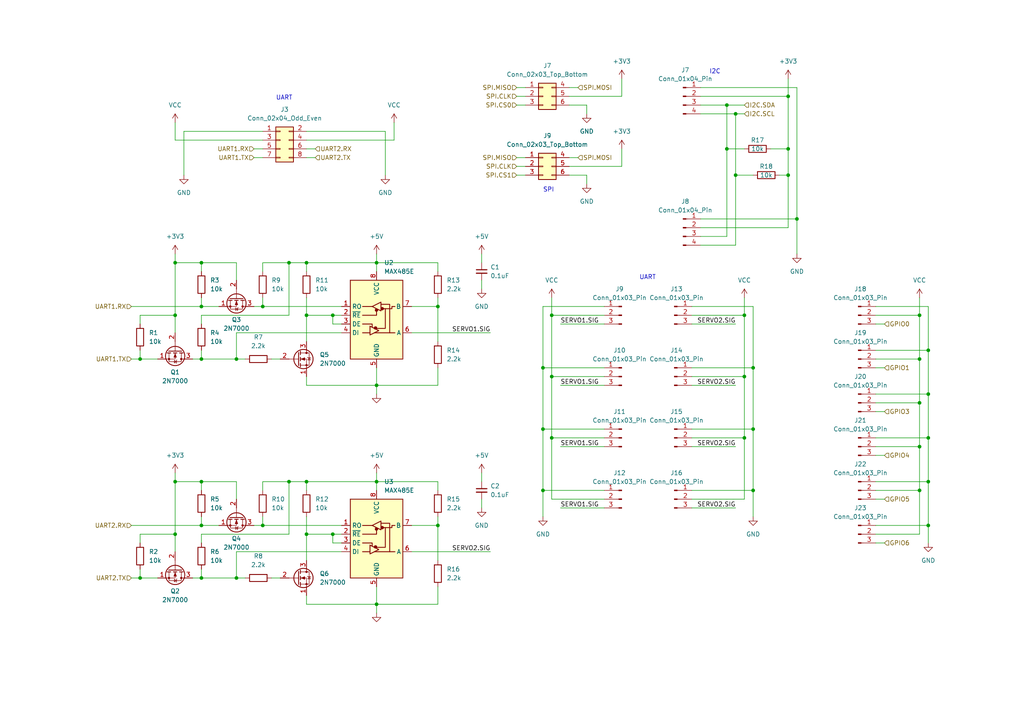
<source format=kicad_sch>
(kicad_sch (version 20230121) (generator eeschema)

  (uuid 5de63f33-c901-4a73-91f5-97852f0ac62a)

  (paper "A4")

  (lib_symbols
    (symbol "Connector:Conn_01x03_Pin" (pin_names (offset 1.016) hide) (in_bom yes) (on_board yes)
      (property "Reference" "J" (at 0 5.08 0)
        (effects (font (size 1.27 1.27)))
      )
      (property "Value" "Conn_01x03_Pin" (at 0 -5.08 0)
        (effects (font (size 1.27 1.27)))
      )
      (property "Footprint" "" (at 0 0 0)
        (effects (font (size 1.27 1.27)) hide)
      )
      (property "Datasheet" "~" (at 0 0 0)
        (effects (font (size 1.27 1.27)) hide)
      )
      (property "ki_locked" "" (at 0 0 0)
        (effects (font (size 1.27 1.27)))
      )
      (property "ki_keywords" "connector" (at 0 0 0)
        (effects (font (size 1.27 1.27)) hide)
      )
      (property "ki_description" "Generic connector, single row, 01x03, script generated" (at 0 0 0)
        (effects (font (size 1.27 1.27)) hide)
      )
      (property "ki_fp_filters" "Connector*:*_1x??_*" (at 0 0 0)
        (effects (font (size 1.27 1.27)) hide)
      )
      (symbol "Conn_01x03_Pin_1_1"
        (polyline
          (pts
            (xy 1.27 -2.54)
            (xy 0.8636 -2.54)
          )
          (stroke (width 0.1524) (type default))
          (fill (type none))
        )
        (polyline
          (pts
            (xy 1.27 0)
            (xy 0.8636 0)
          )
          (stroke (width 0.1524) (type default))
          (fill (type none))
        )
        (polyline
          (pts
            (xy 1.27 2.54)
            (xy 0.8636 2.54)
          )
          (stroke (width 0.1524) (type default))
          (fill (type none))
        )
        (rectangle (start 0.8636 -2.413) (end 0 -2.667)
          (stroke (width 0.1524) (type default))
          (fill (type outline))
        )
        (rectangle (start 0.8636 0.127) (end 0 -0.127)
          (stroke (width 0.1524) (type default))
          (fill (type outline))
        )
        (rectangle (start 0.8636 2.667) (end 0 2.413)
          (stroke (width 0.1524) (type default))
          (fill (type outline))
        )
        (pin passive line (at 5.08 2.54 180) (length 3.81)
          (name "Pin_1" (effects (font (size 1.27 1.27))))
          (number "1" (effects (font (size 1.27 1.27))))
        )
        (pin passive line (at 5.08 0 180) (length 3.81)
          (name "Pin_2" (effects (font (size 1.27 1.27))))
          (number "2" (effects (font (size 1.27 1.27))))
        )
        (pin passive line (at 5.08 -2.54 180) (length 3.81)
          (name "Pin_3" (effects (font (size 1.27 1.27))))
          (number "3" (effects (font (size 1.27 1.27))))
        )
      )
    )
    (symbol "Connector:Conn_01x04_Pin" (pin_names (offset 1.016) hide) (in_bom yes) (on_board yes)
      (property "Reference" "J" (at 0 5.08 0)
        (effects (font (size 1.27 1.27)))
      )
      (property "Value" "Conn_01x04_Pin" (at 0 -7.62 0)
        (effects (font (size 1.27 1.27)))
      )
      (property "Footprint" "" (at 0 0 0)
        (effects (font (size 1.27 1.27)) hide)
      )
      (property "Datasheet" "~" (at 0 0 0)
        (effects (font (size 1.27 1.27)) hide)
      )
      (property "ki_locked" "" (at 0 0 0)
        (effects (font (size 1.27 1.27)))
      )
      (property "ki_keywords" "connector" (at 0 0 0)
        (effects (font (size 1.27 1.27)) hide)
      )
      (property "ki_description" "Generic connector, single row, 01x04, script generated" (at 0 0 0)
        (effects (font (size 1.27 1.27)) hide)
      )
      (property "ki_fp_filters" "Connector*:*_1x??_*" (at 0 0 0)
        (effects (font (size 1.27 1.27)) hide)
      )
      (symbol "Conn_01x04_Pin_1_1"
        (polyline
          (pts
            (xy 1.27 -5.08)
            (xy 0.8636 -5.08)
          )
          (stroke (width 0.1524) (type default))
          (fill (type none))
        )
        (polyline
          (pts
            (xy 1.27 -2.54)
            (xy 0.8636 -2.54)
          )
          (stroke (width 0.1524) (type default))
          (fill (type none))
        )
        (polyline
          (pts
            (xy 1.27 0)
            (xy 0.8636 0)
          )
          (stroke (width 0.1524) (type default))
          (fill (type none))
        )
        (polyline
          (pts
            (xy 1.27 2.54)
            (xy 0.8636 2.54)
          )
          (stroke (width 0.1524) (type default))
          (fill (type none))
        )
        (rectangle (start 0.8636 -4.953) (end 0 -5.207)
          (stroke (width 0.1524) (type default))
          (fill (type outline))
        )
        (rectangle (start 0.8636 -2.413) (end 0 -2.667)
          (stroke (width 0.1524) (type default))
          (fill (type outline))
        )
        (rectangle (start 0.8636 0.127) (end 0 -0.127)
          (stroke (width 0.1524) (type default))
          (fill (type outline))
        )
        (rectangle (start 0.8636 2.667) (end 0 2.413)
          (stroke (width 0.1524) (type default))
          (fill (type outline))
        )
        (pin passive line (at 5.08 2.54 180) (length 3.81)
          (name "Pin_1" (effects (font (size 1.27 1.27))))
          (number "1" (effects (font (size 1.27 1.27))))
        )
        (pin passive line (at 5.08 0 180) (length 3.81)
          (name "Pin_2" (effects (font (size 1.27 1.27))))
          (number "2" (effects (font (size 1.27 1.27))))
        )
        (pin passive line (at 5.08 -2.54 180) (length 3.81)
          (name "Pin_3" (effects (font (size 1.27 1.27))))
          (number "3" (effects (font (size 1.27 1.27))))
        )
        (pin passive line (at 5.08 -5.08 180) (length 3.81)
          (name "Pin_4" (effects (font (size 1.27 1.27))))
          (number "4" (effects (font (size 1.27 1.27))))
        )
      )
    )
    (symbol "Connector_Generic:Conn_02x03_Top_Bottom" (pin_names (offset 1.016) hide) (in_bom yes) (on_board yes)
      (property "Reference" "J" (at 1.27 5.08 0)
        (effects (font (size 1.27 1.27)))
      )
      (property "Value" "Conn_02x03_Top_Bottom" (at 1.27 -5.08 0)
        (effects (font (size 1.27 1.27)))
      )
      (property "Footprint" "" (at 0 0 0)
        (effects (font (size 1.27 1.27)) hide)
      )
      (property "Datasheet" "~" (at 0 0 0)
        (effects (font (size 1.27 1.27)) hide)
      )
      (property "ki_keywords" "connector" (at 0 0 0)
        (effects (font (size 1.27 1.27)) hide)
      )
      (property "ki_description" "Generic connector, double row, 02x03, top/bottom pin numbering scheme (row 1: 1...pins_per_row, row2: pins_per_row+1 ... num_pins), script generated (kicad-library-utils/schlib/autogen/connector/)" (at 0 0 0)
        (effects (font (size 1.27 1.27)) hide)
      )
      (property "ki_fp_filters" "Connector*:*_2x??_*" (at 0 0 0)
        (effects (font (size 1.27 1.27)) hide)
      )
      (symbol "Conn_02x03_Top_Bottom_1_1"
        (rectangle (start -1.27 -2.413) (end 0 -2.667)
          (stroke (width 0.1524) (type default))
          (fill (type none))
        )
        (rectangle (start -1.27 0.127) (end 0 -0.127)
          (stroke (width 0.1524) (type default))
          (fill (type none))
        )
        (rectangle (start -1.27 2.667) (end 0 2.413)
          (stroke (width 0.1524) (type default))
          (fill (type none))
        )
        (rectangle (start -1.27 3.81) (end 3.81 -3.81)
          (stroke (width 0.254) (type default))
          (fill (type background))
        )
        (rectangle (start 3.81 -2.413) (end 2.54 -2.667)
          (stroke (width 0.1524) (type default))
          (fill (type none))
        )
        (rectangle (start 3.81 0.127) (end 2.54 -0.127)
          (stroke (width 0.1524) (type default))
          (fill (type none))
        )
        (rectangle (start 3.81 2.667) (end 2.54 2.413)
          (stroke (width 0.1524) (type default))
          (fill (type none))
        )
        (pin passive line (at -5.08 2.54 0) (length 3.81)
          (name "Pin_1" (effects (font (size 1.27 1.27))))
          (number "1" (effects (font (size 1.27 1.27))))
        )
        (pin passive line (at -5.08 0 0) (length 3.81)
          (name "Pin_2" (effects (font (size 1.27 1.27))))
          (number "2" (effects (font (size 1.27 1.27))))
        )
        (pin passive line (at -5.08 -2.54 0) (length 3.81)
          (name "Pin_3" (effects (font (size 1.27 1.27))))
          (number "3" (effects (font (size 1.27 1.27))))
        )
        (pin passive line (at 7.62 2.54 180) (length 3.81)
          (name "Pin_4" (effects (font (size 1.27 1.27))))
          (number "4" (effects (font (size 1.27 1.27))))
        )
        (pin passive line (at 7.62 0 180) (length 3.81)
          (name "Pin_5" (effects (font (size 1.27 1.27))))
          (number "5" (effects (font (size 1.27 1.27))))
        )
        (pin passive line (at 7.62 -2.54 180) (length 3.81)
          (name "Pin_6" (effects (font (size 1.27 1.27))))
          (number "6" (effects (font (size 1.27 1.27))))
        )
      )
    )
    (symbol "Connector_Generic:Conn_02x04_Odd_Even" (pin_names (offset 1.016) hide) (in_bom yes) (on_board yes)
      (property "Reference" "J" (at 1.27 5.08 0)
        (effects (font (size 1.27 1.27)))
      )
      (property "Value" "Conn_02x04_Odd_Even" (at 1.27 -7.62 0)
        (effects (font (size 1.27 1.27)))
      )
      (property "Footprint" "" (at 0 0 0)
        (effects (font (size 1.27 1.27)) hide)
      )
      (property "Datasheet" "~" (at 0 0 0)
        (effects (font (size 1.27 1.27)) hide)
      )
      (property "ki_keywords" "connector" (at 0 0 0)
        (effects (font (size 1.27 1.27)) hide)
      )
      (property "ki_description" "Generic connector, double row, 02x04, odd/even pin numbering scheme (row 1 odd numbers, row 2 even numbers), script generated (kicad-library-utils/schlib/autogen/connector/)" (at 0 0 0)
        (effects (font (size 1.27 1.27)) hide)
      )
      (property "ki_fp_filters" "Connector*:*_2x??_*" (at 0 0 0)
        (effects (font (size 1.27 1.27)) hide)
      )
      (symbol "Conn_02x04_Odd_Even_1_1"
        (rectangle (start -1.27 -4.953) (end 0 -5.207)
          (stroke (width 0.1524) (type default))
          (fill (type none))
        )
        (rectangle (start -1.27 -2.413) (end 0 -2.667)
          (stroke (width 0.1524) (type default))
          (fill (type none))
        )
        (rectangle (start -1.27 0.127) (end 0 -0.127)
          (stroke (width 0.1524) (type default))
          (fill (type none))
        )
        (rectangle (start -1.27 2.667) (end 0 2.413)
          (stroke (width 0.1524) (type default))
          (fill (type none))
        )
        (rectangle (start -1.27 3.81) (end 3.81 -6.35)
          (stroke (width 0.254) (type default))
          (fill (type background))
        )
        (rectangle (start 3.81 -4.953) (end 2.54 -5.207)
          (stroke (width 0.1524) (type default))
          (fill (type none))
        )
        (rectangle (start 3.81 -2.413) (end 2.54 -2.667)
          (stroke (width 0.1524) (type default))
          (fill (type none))
        )
        (rectangle (start 3.81 0.127) (end 2.54 -0.127)
          (stroke (width 0.1524) (type default))
          (fill (type none))
        )
        (rectangle (start 3.81 2.667) (end 2.54 2.413)
          (stroke (width 0.1524) (type default))
          (fill (type none))
        )
        (pin passive line (at -5.08 2.54 0) (length 3.81)
          (name "Pin_1" (effects (font (size 1.27 1.27))))
          (number "1" (effects (font (size 1.27 1.27))))
        )
        (pin passive line (at 7.62 2.54 180) (length 3.81)
          (name "Pin_2" (effects (font (size 1.27 1.27))))
          (number "2" (effects (font (size 1.27 1.27))))
        )
        (pin passive line (at -5.08 0 0) (length 3.81)
          (name "Pin_3" (effects (font (size 1.27 1.27))))
          (number "3" (effects (font (size 1.27 1.27))))
        )
        (pin passive line (at 7.62 0 180) (length 3.81)
          (name "Pin_4" (effects (font (size 1.27 1.27))))
          (number "4" (effects (font (size 1.27 1.27))))
        )
        (pin passive line (at -5.08 -2.54 0) (length 3.81)
          (name "Pin_5" (effects (font (size 1.27 1.27))))
          (number "5" (effects (font (size 1.27 1.27))))
        )
        (pin passive line (at 7.62 -2.54 180) (length 3.81)
          (name "Pin_6" (effects (font (size 1.27 1.27))))
          (number "6" (effects (font (size 1.27 1.27))))
        )
        (pin passive line (at -5.08 -5.08 0) (length 3.81)
          (name "Pin_7" (effects (font (size 1.27 1.27))))
          (number "7" (effects (font (size 1.27 1.27))))
        )
        (pin passive line (at 7.62 -5.08 180) (length 3.81)
          (name "Pin_8" (effects (font (size 1.27 1.27))))
          (number "8" (effects (font (size 1.27 1.27))))
        )
      )
    )
    (symbol "Device:C_Small" (pin_numbers hide) (pin_names (offset 0.254) hide) (in_bom yes) (on_board yes)
      (property "Reference" "C" (at 0.254 1.778 0)
        (effects (font (size 1.27 1.27)) (justify left))
      )
      (property "Value" "C_Small" (at 0.254 -2.032 0)
        (effects (font (size 1.27 1.27)) (justify left))
      )
      (property "Footprint" "" (at 0 0 0)
        (effects (font (size 1.27 1.27)) hide)
      )
      (property "Datasheet" "~" (at 0 0 0)
        (effects (font (size 1.27 1.27)) hide)
      )
      (property "ki_keywords" "capacitor cap" (at 0 0 0)
        (effects (font (size 1.27 1.27)) hide)
      )
      (property "ki_description" "Unpolarized capacitor, small symbol" (at 0 0 0)
        (effects (font (size 1.27 1.27)) hide)
      )
      (property "ki_fp_filters" "C_*" (at 0 0 0)
        (effects (font (size 1.27 1.27)) hide)
      )
      (symbol "C_Small_0_1"
        (polyline
          (pts
            (xy -1.524 -0.508)
            (xy 1.524 -0.508)
          )
          (stroke (width 0.3302) (type default))
          (fill (type none))
        )
        (polyline
          (pts
            (xy -1.524 0.508)
            (xy 1.524 0.508)
          )
          (stroke (width 0.3048) (type default))
          (fill (type none))
        )
      )
      (symbol "C_Small_1_1"
        (pin passive line (at 0 2.54 270) (length 2.032)
          (name "~" (effects (font (size 1.27 1.27))))
          (number "1" (effects (font (size 1.27 1.27))))
        )
        (pin passive line (at 0 -2.54 90) (length 2.032)
          (name "~" (effects (font (size 1.27 1.27))))
          (number "2" (effects (font (size 1.27 1.27))))
        )
      )
    )
    (symbol "Device:R" (pin_numbers hide) (pin_names (offset 0)) (in_bom yes) (on_board yes)
      (property "Reference" "R" (at 2.032 0 90)
        (effects (font (size 1.27 1.27)))
      )
      (property "Value" "R" (at 0 0 90)
        (effects (font (size 1.27 1.27)))
      )
      (property "Footprint" "" (at -1.778 0 90)
        (effects (font (size 1.27 1.27)) hide)
      )
      (property "Datasheet" "~" (at 0 0 0)
        (effects (font (size 1.27 1.27)) hide)
      )
      (property "ki_keywords" "R res resistor" (at 0 0 0)
        (effects (font (size 1.27 1.27)) hide)
      )
      (property "ki_description" "Resistor" (at 0 0 0)
        (effects (font (size 1.27 1.27)) hide)
      )
      (property "ki_fp_filters" "R_*" (at 0 0 0)
        (effects (font (size 1.27 1.27)) hide)
      )
      (symbol "R_0_1"
        (rectangle (start -1.016 -2.54) (end 1.016 2.54)
          (stroke (width 0.254) (type default))
          (fill (type none))
        )
      )
      (symbol "R_1_1"
        (pin passive line (at 0 3.81 270) (length 1.27)
          (name "~" (effects (font (size 1.27 1.27))))
          (number "1" (effects (font (size 1.27 1.27))))
        )
        (pin passive line (at 0 -3.81 90) (length 1.27)
          (name "~" (effects (font (size 1.27 1.27))))
          (number "2" (effects (font (size 1.27 1.27))))
        )
      )
    )
    (symbol "Interface_UART:MAX485E" (in_bom yes) (on_board yes)
      (property "Reference" "U" (at -6.096 11.43 0)
        (effects (font (size 1.27 1.27)))
      )
      (property "Value" "MAX485E" (at 0.762 11.43 0)
        (effects (font (size 1.27 1.27)) (justify left))
      )
      (property "Footprint" "" (at 0 -17.78 0)
        (effects (font (size 1.27 1.27)) hide)
      )
      (property "Datasheet" "https://datasheets.maximintegrated.com/en/ds/MAX1487E-MAX491E.pdf" (at 0 1.27 0)
        (effects (font (size 1.27 1.27)) hide)
      )
      (property "ki_keywords" "Half duplex RS-485/RS-422, 2.5 Mbps, ±15kV electro-static discharge (ESD) protection, no slew-rate, no low-power shutdown, with receiver/driver enable, 32 receiver drive kapacitity, DIP-8 and SOIC-8" (at 0 0 0)
        (effects (font (size 1.27 1.27)) hide)
      )
      (property "ki_description" "Half duplex RS-485/RS-422, 2.5 Mbps, ±15kV electro-static discharge (ESD) protection, no slew-rate, no low-power shutdown, with receiver/driver enable, 32 receiver drive kapacitity, DIP-8 and SOIC-8" (at 0 0 0)
        (effects (font (size 1.27 1.27)) hide)
      )
      (property "ki_fp_filters" "DIP*W7.62mm* SOIC*3.9x4.9mm*P1.27mm*" (at 0 0 0)
        (effects (font (size 1.27 1.27)) hide)
      )
      (symbol "MAX485E_0_1"
        (rectangle (start -7.62 10.16) (end 7.62 -12.7)
          (stroke (width 0.254) (type default))
          (fill (type background))
        )
        (circle (center -0.3048 -3.683) (radius 0.3556)
          (stroke (width 0.254) (type default))
          (fill (type outline))
        )
        (circle (center -0.0254 1.4986) (radius 0.3556)
          (stroke (width 0.254) (type default))
          (fill (type outline))
        )
        (polyline
          (pts
            (xy -4.064 -5.08)
            (xy -1.905 -5.08)
          )
          (stroke (width 0.254) (type default))
          (fill (type none))
        )
        (polyline
          (pts
            (xy -4.064 2.54)
            (xy -1.27 2.54)
          )
          (stroke (width 0.254) (type default))
          (fill (type none))
        )
        (polyline
          (pts
            (xy -1.27 -3.2004)
            (xy -1.27 -3.4544)
          )
          (stroke (width 0.254) (type default))
          (fill (type none))
        )
        (polyline
          (pts
            (xy -0.635 -5.08)
            (xy 5.334 -5.08)
          )
          (stroke (width 0.254) (type default))
          (fill (type none))
        )
        (polyline
          (pts
            (xy -4.064 -2.54)
            (xy -1.27 -2.54)
            (xy -1.27 -3.175)
          )
          (stroke (width 0.254) (type default))
          (fill (type none))
        )
        (polyline
          (pts
            (xy 0 1.27)
            (xy 0 0)
            (xy -4.064 0)
          )
          (stroke (width 0.254) (type default))
          (fill (type none))
        )
        (polyline
          (pts
            (xy 1.27 3.175)
            (xy 3.81 3.175)
            (xy 3.81 -5.08)
          )
          (stroke (width 0.254) (type default))
          (fill (type none))
        )
        (polyline
          (pts
            (xy 2.54 1.905)
            (xy 2.54 -3.81)
            (xy 0 -3.81)
          )
          (stroke (width 0.254) (type default))
          (fill (type none))
        )
        (polyline
          (pts
            (xy -1.905 -3.175)
            (xy -1.905 -5.715)
            (xy 0.635 -4.445)
            (xy -1.905 -3.175)
          )
          (stroke (width 0.254) (type default))
          (fill (type none))
        )
        (polyline
          (pts
            (xy -1.27 2.54)
            (xy 1.27 3.81)
            (xy 1.27 1.27)
            (xy -1.27 2.54)
          )
          (stroke (width 0.254) (type default))
          (fill (type none))
        )
        (polyline
          (pts
            (xy 1.905 1.905)
            (xy 4.445 1.905)
            (xy 4.445 2.54)
            (xy 5.334 2.54)
          )
          (stroke (width 0.254) (type default))
          (fill (type none))
        )
        (rectangle (start 1.27 3.175) (end 1.27 3.175)
          (stroke (width 0) (type default))
          (fill (type none))
        )
        (circle (center 1.651 1.905) (radius 0.3556)
          (stroke (width 0.254) (type default))
          (fill (type outline))
        )
      )
      (symbol "MAX485E_1_1"
        (pin output line (at -10.16 2.54 0) (length 2.54)
          (name "RO" (effects (font (size 1.27 1.27))))
          (number "1" (effects (font (size 1.27 1.27))))
        )
        (pin input line (at -10.16 0 0) (length 2.54)
          (name "~{RE}" (effects (font (size 1.27 1.27))))
          (number "2" (effects (font (size 1.27 1.27))))
        )
        (pin input line (at -10.16 -2.54 0) (length 2.54)
          (name "DE" (effects (font (size 1.27 1.27))))
          (number "3" (effects (font (size 1.27 1.27))))
        )
        (pin input line (at -10.16 -5.08 0) (length 2.54)
          (name "DI" (effects (font (size 1.27 1.27))))
          (number "4" (effects (font (size 1.27 1.27))))
        )
        (pin power_in line (at 0 -15.24 90) (length 2.54)
          (name "GND" (effects (font (size 1.27 1.27))))
          (number "5" (effects (font (size 1.27 1.27))))
        )
        (pin bidirectional line (at 10.16 -5.08 180) (length 2.54)
          (name "A" (effects (font (size 1.27 1.27))))
          (number "6" (effects (font (size 1.27 1.27))))
        )
        (pin bidirectional line (at 10.16 2.54 180) (length 2.54)
          (name "B" (effects (font (size 1.27 1.27))))
          (number "7" (effects (font (size 1.27 1.27))))
        )
        (pin power_in line (at 0 12.7 270) (length 2.54)
          (name "VCC" (effects (font (size 1.27 1.27))))
          (number "8" (effects (font (size 1.27 1.27))))
        )
      )
    )
    (symbol "Transistor_FET:2N7000" (pin_names hide) (in_bom yes) (on_board yes)
      (property "Reference" "Q" (at 5.08 1.905 0)
        (effects (font (size 1.27 1.27)) (justify left))
      )
      (property "Value" "2N7000" (at 5.08 0 0)
        (effects (font (size 1.27 1.27)) (justify left))
      )
      (property "Footprint" "Package_TO_SOT_THT:TO-92_Inline" (at 5.08 -1.905 0)
        (effects (font (size 1.27 1.27) italic) (justify left) hide)
      )
      (property "Datasheet" "https://www.vishay.com/docs/70226/70226.pdf" (at 0 0 0)
        (effects (font (size 1.27 1.27)) (justify left) hide)
      )
      (property "ki_keywords" "N-Channel MOSFET Logic-Level" (at 0 0 0)
        (effects (font (size 1.27 1.27)) hide)
      )
      (property "ki_description" "0.2A Id, 200V Vds, N-Channel MOSFET, 2.6V Logic Level, TO-92" (at 0 0 0)
        (effects (font (size 1.27 1.27)) hide)
      )
      (property "ki_fp_filters" "TO?92*" (at 0 0 0)
        (effects (font (size 1.27 1.27)) hide)
      )
      (symbol "2N7000_0_1"
        (polyline
          (pts
            (xy 0.254 0)
            (xy -2.54 0)
          )
          (stroke (width 0) (type default))
          (fill (type none))
        )
        (polyline
          (pts
            (xy 0.254 1.905)
            (xy 0.254 -1.905)
          )
          (stroke (width 0.254) (type default))
          (fill (type none))
        )
        (polyline
          (pts
            (xy 0.762 -1.27)
            (xy 0.762 -2.286)
          )
          (stroke (width 0.254) (type default))
          (fill (type none))
        )
        (polyline
          (pts
            (xy 0.762 0.508)
            (xy 0.762 -0.508)
          )
          (stroke (width 0.254) (type default))
          (fill (type none))
        )
        (polyline
          (pts
            (xy 0.762 2.286)
            (xy 0.762 1.27)
          )
          (stroke (width 0.254) (type default))
          (fill (type none))
        )
        (polyline
          (pts
            (xy 2.54 2.54)
            (xy 2.54 1.778)
          )
          (stroke (width 0) (type default))
          (fill (type none))
        )
        (polyline
          (pts
            (xy 2.54 -2.54)
            (xy 2.54 0)
            (xy 0.762 0)
          )
          (stroke (width 0) (type default))
          (fill (type none))
        )
        (polyline
          (pts
            (xy 0.762 -1.778)
            (xy 3.302 -1.778)
            (xy 3.302 1.778)
            (xy 0.762 1.778)
          )
          (stroke (width 0) (type default))
          (fill (type none))
        )
        (polyline
          (pts
            (xy 1.016 0)
            (xy 2.032 0.381)
            (xy 2.032 -0.381)
            (xy 1.016 0)
          )
          (stroke (width 0) (type default))
          (fill (type outline))
        )
        (polyline
          (pts
            (xy 2.794 0.508)
            (xy 2.921 0.381)
            (xy 3.683 0.381)
            (xy 3.81 0.254)
          )
          (stroke (width 0) (type default))
          (fill (type none))
        )
        (polyline
          (pts
            (xy 3.302 0.381)
            (xy 2.921 -0.254)
            (xy 3.683 -0.254)
            (xy 3.302 0.381)
          )
          (stroke (width 0) (type default))
          (fill (type none))
        )
        (circle (center 1.651 0) (radius 2.794)
          (stroke (width 0.254) (type default))
          (fill (type none))
        )
        (circle (center 2.54 -1.778) (radius 0.254)
          (stroke (width 0) (type default))
          (fill (type outline))
        )
        (circle (center 2.54 1.778) (radius 0.254)
          (stroke (width 0) (type default))
          (fill (type outline))
        )
      )
      (symbol "2N7000_1_1"
        (pin passive line (at 2.54 -5.08 90) (length 2.54)
          (name "S" (effects (font (size 1.27 1.27))))
          (number "1" (effects (font (size 1.27 1.27))))
        )
        (pin input line (at -5.08 0 0) (length 2.54)
          (name "G" (effects (font (size 1.27 1.27))))
          (number "2" (effects (font (size 1.27 1.27))))
        )
        (pin passive line (at 2.54 5.08 270) (length 2.54)
          (name "D" (effects (font (size 1.27 1.27))))
          (number "3" (effects (font (size 1.27 1.27))))
        )
      )
    )
    (symbol "power:+3V3" (power) (pin_names (offset 0)) (in_bom yes) (on_board yes)
      (property "Reference" "#PWR" (at 0 -3.81 0)
        (effects (font (size 1.27 1.27)) hide)
      )
      (property "Value" "+3V3" (at 0 3.556 0)
        (effects (font (size 1.27 1.27)))
      )
      (property "Footprint" "" (at 0 0 0)
        (effects (font (size 1.27 1.27)) hide)
      )
      (property "Datasheet" "" (at 0 0 0)
        (effects (font (size 1.27 1.27)) hide)
      )
      (property "ki_keywords" "global power" (at 0 0 0)
        (effects (font (size 1.27 1.27)) hide)
      )
      (property "ki_description" "Power symbol creates a global label with name \"+3V3\"" (at 0 0 0)
        (effects (font (size 1.27 1.27)) hide)
      )
      (symbol "+3V3_0_1"
        (polyline
          (pts
            (xy -0.762 1.27)
            (xy 0 2.54)
          )
          (stroke (width 0) (type default))
          (fill (type none))
        )
        (polyline
          (pts
            (xy 0 0)
            (xy 0 2.54)
          )
          (stroke (width 0) (type default))
          (fill (type none))
        )
        (polyline
          (pts
            (xy 0 2.54)
            (xy 0.762 1.27)
          )
          (stroke (width 0) (type default))
          (fill (type none))
        )
      )
      (symbol "+3V3_1_1"
        (pin power_in line (at 0 0 90) (length 0) hide
          (name "+3V3" (effects (font (size 1.27 1.27))))
          (number "1" (effects (font (size 1.27 1.27))))
        )
      )
    )
    (symbol "power:+5V" (power) (pin_names (offset 0)) (in_bom yes) (on_board yes)
      (property "Reference" "#PWR" (at 0 -3.81 0)
        (effects (font (size 1.27 1.27)) hide)
      )
      (property "Value" "+5V" (at 0 3.556 0)
        (effects (font (size 1.27 1.27)))
      )
      (property "Footprint" "" (at 0 0 0)
        (effects (font (size 1.27 1.27)) hide)
      )
      (property "Datasheet" "" (at 0 0 0)
        (effects (font (size 1.27 1.27)) hide)
      )
      (property "ki_keywords" "global power" (at 0 0 0)
        (effects (font (size 1.27 1.27)) hide)
      )
      (property "ki_description" "Power symbol creates a global label with name \"+5V\"" (at 0 0 0)
        (effects (font (size 1.27 1.27)) hide)
      )
      (symbol "+5V_0_1"
        (polyline
          (pts
            (xy -0.762 1.27)
            (xy 0 2.54)
          )
          (stroke (width 0) (type default))
          (fill (type none))
        )
        (polyline
          (pts
            (xy 0 0)
            (xy 0 2.54)
          )
          (stroke (width 0) (type default))
          (fill (type none))
        )
        (polyline
          (pts
            (xy 0 2.54)
            (xy 0.762 1.27)
          )
          (stroke (width 0) (type default))
          (fill (type none))
        )
      )
      (symbol "+5V_1_1"
        (pin power_in line (at 0 0 90) (length 0) hide
          (name "+5V" (effects (font (size 1.27 1.27))))
          (number "1" (effects (font (size 1.27 1.27))))
        )
      )
    )
    (symbol "power:GND" (power) (pin_names (offset 0)) (in_bom yes) (on_board yes)
      (property "Reference" "#PWR" (at 0 -6.35 0)
        (effects (font (size 1.27 1.27)) hide)
      )
      (property "Value" "GND" (at 0 -3.81 0)
        (effects (font (size 1.27 1.27)))
      )
      (property "Footprint" "" (at 0 0 0)
        (effects (font (size 1.27 1.27)) hide)
      )
      (property "Datasheet" "" (at 0 0 0)
        (effects (font (size 1.27 1.27)) hide)
      )
      (property "ki_keywords" "global power" (at 0 0 0)
        (effects (font (size 1.27 1.27)) hide)
      )
      (property "ki_description" "Power symbol creates a global label with name \"GND\" , ground" (at 0 0 0)
        (effects (font (size 1.27 1.27)) hide)
      )
      (symbol "GND_0_1"
        (polyline
          (pts
            (xy 0 0)
            (xy 0 -1.27)
            (xy 1.27 -1.27)
            (xy 0 -2.54)
            (xy -1.27 -1.27)
            (xy 0 -1.27)
          )
          (stroke (width 0) (type default))
          (fill (type none))
        )
      )
      (symbol "GND_1_1"
        (pin power_in line (at 0 0 270) (length 0) hide
          (name "GND" (effects (font (size 1.27 1.27))))
          (number "1" (effects (font (size 1.27 1.27))))
        )
      )
    )
    (symbol "power:VCC" (power) (pin_names (offset 0)) (in_bom yes) (on_board yes)
      (property "Reference" "#PWR" (at 0 -3.81 0)
        (effects (font (size 1.27 1.27)) hide)
      )
      (property "Value" "VCC" (at 0 3.81 0)
        (effects (font (size 1.27 1.27)))
      )
      (property "Footprint" "" (at 0 0 0)
        (effects (font (size 1.27 1.27)) hide)
      )
      (property "Datasheet" "" (at 0 0 0)
        (effects (font (size 1.27 1.27)) hide)
      )
      (property "ki_keywords" "global power" (at 0 0 0)
        (effects (font (size 1.27 1.27)) hide)
      )
      (property "ki_description" "Power symbol creates a global label with name \"VCC\"" (at 0 0 0)
        (effects (font (size 1.27 1.27)) hide)
      )
      (symbol "VCC_0_1"
        (polyline
          (pts
            (xy -0.762 1.27)
            (xy 0 2.54)
          )
          (stroke (width 0) (type default))
          (fill (type none))
        )
        (polyline
          (pts
            (xy 0 0)
            (xy 0 2.54)
          )
          (stroke (width 0) (type default))
          (fill (type none))
        )
        (polyline
          (pts
            (xy 0 2.54)
            (xy 0.762 1.27)
          )
          (stroke (width 0) (type default))
          (fill (type none))
        )
      )
      (symbol "VCC_1_1"
        (pin power_in line (at 0 0 90) (length 0) hide
          (name "VCC" (effects (font (size 1.27 1.27))))
          (number "1" (effects (font (size 1.27 1.27))))
        )
      )
    )
  )

  (junction (at 83.82 76.2) (diameter 0) (color 0 0 0 0)
    (uuid 00572c23-2f4e-4603-b3d6-62567ef0af1a)
  )
  (junction (at 210.82 43.18) (diameter 0) (color 0 0 0 0)
    (uuid 03e3cf8f-529d-498a-b0f4-bbb6f3462a62)
  )
  (junction (at 266.7 116.84) (diameter 0) (color 0 0 0 0)
    (uuid 076f4103-2458-4192-a03c-b541af905fc2)
  )
  (junction (at 218.44 106.68) (diameter 0) (color 0 0 0 0)
    (uuid 10f53f97-cc97-4778-9c84-bb26c8dd1149)
  )
  (junction (at 58.42 88.9) (diameter 0) (color 0 0 0 0)
    (uuid 110c99ed-e8a1-434e-a827-c9997a24c366)
  )
  (junction (at 50.8 154.94) (diameter 0) (color 0 0 0 0)
    (uuid 176db721-5724-4905-ba98-92f183ace436)
  )
  (junction (at 266.7 142.24) (diameter 0) (color 0 0 0 0)
    (uuid 1c0dfd0f-ff47-4f8e-9b97-67e9b49b4e75)
  )
  (junction (at 269.24 139.7) (diameter 0) (color 0 0 0 0)
    (uuid 22805701-f8f6-44f6-914f-0156aeb90fdb)
  )
  (junction (at 40.64 167.64) (diameter 0) (color 0 0 0 0)
    (uuid 25cab612-bd28-41d8-8a7b-3d03983a1897)
  )
  (junction (at 50.8 139.7) (diameter 0) (color 0 0 0 0)
    (uuid 2811b099-8265-40d1-a5a9-e7a8be9d09ad)
  )
  (junction (at 68.58 167.64) (diameter 0) (color 0 0 0 0)
    (uuid 2c188ad7-4356-4dfd-913c-535f1c88327c)
  )
  (junction (at 157.48 142.24) (diameter 0) (color 0 0 0 0)
    (uuid 3795d3ea-4b9a-4eac-9339-d5d2487e807a)
  )
  (junction (at 109.22 175.26) (diameter 0) (color 0 0 0 0)
    (uuid 394bf325-1ab1-46b0-b58d-6016bc8bf332)
  )
  (junction (at 50.8 76.2) (diameter 0) (color 0 0 0 0)
    (uuid 3d482b66-879b-44a6-aaff-cea8641e6ba6)
  )
  (junction (at 127 88.9) (diameter 0) (color 0 0 0 0)
    (uuid 44eb706f-2f63-4bd4-9fab-a9a9af715088)
  )
  (junction (at 96.52 91.44) (diameter 0) (color 0 0 0 0)
    (uuid 4ab56519-f38e-44ff-abc6-f093821a6221)
  )
  (junction (at 109.22 139.7) (diameter 0) (color 0 0 0 0)
    (uuid 4c80e299-aeee-4d81-ac5c-f0f014a4a5df)
  )
  (junction (at 228.6 43.18) (diameter 0) (color 0 0 0 0)
    (uuid 4f92f396-ab25-49f1-b1f5-113ed003bb6f)
  )
  (junction (at 215.9 91.44) (diameter 0) (color 0 0 0 0)
    (uuid 51042ba0-b5e3-425b-ae77-9975e9083357)
  )
  (junction (at 88.9 91.44) (diameter 0) (color 0 0 0 0)
    (uuid 53d9708f-b46f-4a17-9ade-e050b958202a)
  )
  (junction (at 88.9 139.7) (diameter 0) (color 0 0 0 0)
    (uuid 5408064b-b555-442d-a154-d24b0ad04a90)
  )
  (junction (at 266.7 129.54) (diameter 0) (color 0 0 0 0)
    (uuid 570ad24b-a1f9-4e64-b5f7-79af5abf5180)
  )
  (junction (at 210.82 30.48) (diameter 0) (color 0 0 0 0)
    (uuid 57eb0e97-b8d3-47f1-81cf-edabf1aebca8)
  )
  (junction (at 88.9 154.94) (diameter 0) (color 0 0 0 0)
    (uuid 6721cc6a-eab5-4feb-a76e-e0b07e3ebd98)
  )
  (junction (at 88.9 76.2) (diameter 0) (color 0 0 0 0)
    (uuid 690f6841-8e28-4eb5-9c39-d955d2f0e5fd)
  )
  (junction (at 228.6 50.8) (diameter 0) (color 0 0 0 0)
    (uuid 6caba564-c615-4a0f-a3a5-e4a4d8106a7d)
  )
  (junction (at 58.42 104.14) (diameter 0) (color 0 0 0 0)
    (uuid 707ef8d4-a81e-45d8-a841-eae2f99a8af6)
  )
  (junction (at 127 152.4) (diameter 0) (color 0 0 0 0)
    (uuid 72484091-ad12-4ab6-a12c-ceddf539b8f1)
  )
  (junction (at 269.24 101.6) (diameter 0) (color 0 0 0 0)
    (uuid 72b41c9d-d455-4e3c-ae63-b9dfd541d812)
  )
  (junction (at 228.6 27.94) (diameter 0) (color 0 0 0 0)
    (uuid 7a4b3e82-7b02-4e53-ad1d-2ae96a4e1b09)
  )
  (junction (at 218.44 124.46) (diameter 0) (color 0 0 0 0)
    (uuid 7ad98cc0-c01d-4eee-bf58-49f77edabdfb)
  )
  (junction (at 76.2 88.9) (diameter 0) (color 0 0 0 0)
    (uuid 7eed5b94-375e-4b5e-b5d4-887d56d3182c)
  )
  (junction (at 76.2 152.4) (diameter 0) (color 0 0 0 0)
    (uuid 7f7168e4-f55d-49a5-b83e-8516685abec8)
  )
  (junction (at 157.48 124.46) (diameter 0) (color 0 0 0 0)
    (uuid 7ff174de-0e35-45c6-9eff-422fca570b30)
  )
  (junction (at 68.58 104.14) (diameter 0) (color 0 0 0 0)
    (uuid 8161d1e7-354c-47fb-822d-af4fb36cf552)
  )
  (junction (at 218.44 142.24) (diameter 0) (color 0 0 0 0)
    (uuid 83e37e6c-20d5-46db-b71d-37b684be050b)
  )
  (junction (at 213.36 50.8) (diameter 0) (color 0 0 0 0)
    (uuid 8aaa5843-2f4d-4169-8fe4-c2355571e17d)
  )
  (junction (at 266.7 91.44) (diameter 0) (color 0 0 0 0)
    (uuid 8ee82578-ecf0-4604-843d-798eb522afc2)
  )
  (junction (at 58.42 167.64) (diameter 0) (color 0 0 0 0)
    (uuid 8fe6e580-a31c-433e-8422-04d1d3a01e83)
  )
  (junction (at 266.7 104.14) (diameter 0) (color 0 0 0 0)
    (uuid 91e3a598-0781-461c-b7c3-343279029a78)
  )
  (junction (at 269.24 114.3) (diameter 0) (color 0 0 0 0)
    (uuid 94d95b6e-599c-4bf3-bd9b-d7a702abfdcb)
  )
  (junction (at 96.52 154.94) (diameter 0) (color 0 0 0 0)
    (uuid 9af7d20f-2fb0-49b3-bf67-6a20c292bf24)
  )
  (junction (at 160.02 109.22) (diameter 0) (color 0 0 0 0)
    (uuid 9b11d29a-78e1-4b2d-9c29-5c2bfe9f8386)
  )
  (junction (at 50.8 91.44) (diameter 0) (color 0 0 0 0)
    (uuid 9badc797-a36e-4ffb-86a9-2f5420324379)
  )
  (junction (at 58.42 139.7) (diameter 0) (color 0 0 0 0)
    (uuid a3819e12-8074-4a38-ac30-8507b593299d)
  )
  (junction (at 269.24 152.4) (diameter 0) (color 0 0 0 0)
    (uuid a8e3e963-dee8-4639-8109-15dfd95a1b86)
  )
  (junction (at 215.9 109.22) (diameter 0) (color 0 0 0 0)
    (uuid ae97002e-d2a6-4703-bf27-23dd4892f88a)
  )
  (junction (at 109.22 76.2) (diameter 0) (color 0 0 0 0)
    (uuid bf2a1513-c2a1-4ce0-aee4-68a8e26e29d6)
  )
  (junction (at 83.82 139.7) (diameter 0) (color 0 0 0 0)
    (uuid c00d2f2f-906e-47ba-acfa-d2c6c53d0ca3)
  )
  (junction (at 160.02 91.44) (diameter 0) (color 0 0 0 0)
    (uuid c091d1ea-f595-4382-94d4-4824a4f18c4d)
  )
  (junction (at 231.14 63.5) (diameter 0) (color 0 0 0 0)
    (uuid cae35e2d-a89c-40f0-9a90-df69c92b7c21)
  )
  (junction (at 40.64 104.14) (diameter 0) (color 0 0 0 0)
    (uuid cdb79311-562a-4d16-930c-458d622e83a1)
  )
  (junction (at 58.42 152.4) (diameter 0) (color 0 0 0 0)
    (uuid d1b86515-d5a1-4a47-8554-6947964e0da8)
  )
  (junction (at 58.42 76.2) (diameter 0) (color 0 0 0 0)
    (uuid d55b45a3-a9b2-405c-9000-01daf549cd44)
  )
  (junction (at 213.36 33.02) (diameter 0) (color 0 0 0 0)
    (uuid df809f94-bbac-4a6c-bb2b-6262d99d0cfe)
  )
  (junction (at 269.24 127) (diameter 0) (color 0 0 0 0)
    (uuid dfce1cb8-adbd-4245-be70-62197b2bda2b)
  )
  (junction (at 215.9 127) (diameter 0) (color 0 0 0 0)
    (uuid e386fd63-e7e3-4038-9193-1a5a09b5cd93)
  )
  (junction (at 160.02 127) (diameter 0) (color 0 0 0 0)
    (uuid f87b45d9-a2a1-477f-8a31-523beb05d756)
  )
  (junction (at 109.22 111.76) (diameter 0) (color 0 0 0 0)
    (uuid fee7f281-ea29-4867-91f2-aca789d6e231)
  )
  (junction (at 157.48 106.68) (diameter 0) (color 0 0 0 0)
    (uuid fff7cbe6-4dc5-4c9a-ab0f-6a1e1ac4d560)
  )

  (wire (pts (xy 50.8 139.7) (xy 58.42 139.7))
    (stroke (width 0) (type default))
    (uuid 02472509-b8b8-45d7-8170-0bab587e2701)
  )
  (wire (pts (xy 254 152.4) (xy 269.24 152.4))
    (stroke (width 0) (type default))
    (uuid 039e1371-c839-4222-83f7-45d8c71a1819)
  )
  (wire (pts (xy 200.66 106.68) (xy 218.44 106.68))
    (stroke (width 0) (type default))
    (uuid 03cb4696-1715-4109-b2eb-98396c21dd3e)
  )
  (wire (pts (xy 76.2 88.9) (xy 99.06 88.9))
    (stroke (width 0) (type default))
    (uuid 040f7ee2-8348-46f6-99cc-36fffc064090)
  )
  (wire (pts (xy 213.36 71.12) (xy 213.36 50.8))
    (stroke (width 0) (type default))
    (uuid 04503989-0b59-4651-81a8-063507cf9db9)
  )
  (wire (pts (xy 203.2 71.12) (xy 213.36 71.12))
    (stroke (width 0) (type default))
    (uuid 05258fc9-0875-418b-8b42-3a6cf0210ff4)
  )
  (wire (pts (xy 266.7 116.84) (xy 266.7 104.14))
    (stroke (width 0) (type default))
    (uuid 064249c0-d634-4a14-8b79-b51b694202ca)
  )
  (wire (pts (xy 68.58 160.02) (xy 99.06 160.02))
    (stroke (width 0) (type default))
    (uuid 06880112-dcdc-41a2-bee8-6ca8a9d6e096)
  )
  (wire (pts (xy 109.22 76.2) (xy 109.22 78.74))
    (stroke (width 0) (type default))
    (uuid 076f576d-2baf-4acd-b9ac-99d19f383b34)
  )
  (wire (pts (xy 119.38 152.4) (xy 127 152.4))
    (stroke (width 0) (type default))
    (uuid 0817203d-416f-424f-844f-6c83ba6aff7f)
  )
  (wire (pts (xy 215.9 127) (xy 215.9 144.78))
    (stroke (width 0) (type default))
    (uuid 0b91e292-fabe-4892-92ce-b931c7665eac)
  )
  (wire (pts (xy 175.26 147.32) (xy 162.56 147.32))
    (stroke (width 0) (type default))
    (uuid 0d2db425-99ee-4254-9614-1b9bfc38e0d2)
  )
  (wire (pts (xy 254 144.78) (xy 256.54 144.78))
    (stroke (width 0) (type default))
    (uuid 0f3401cf-3cf7-410e-803d-21f54422b537)
  )
  (wire (pts (xy 96.52 154.94) (xy 99.06 154.94))
    (stroke (width 0) (type default))
    (uuid 102104a7-2cec-4ec5-b5b0-33992f0010d9)
  )
  (wire (pts (xy 99.06 157.48) (xy 96.52 157.48))
    (stroke (width 0) (type default))
    (uuid 10b02e4a-37cc-4684-a2ba-15e04a9bff9d)
  )
  (wire (pts (xy 58.42 139.7) (xy 68.58 139.7))
    (stroke (width 0) (type default))
    (uuid 10b1adcb-40f4-4dbb-b8ca-e34a77274c2c)
  )
  (wire (pts (xy 58.42 101.6) (xy 58.42 104.14))
    (stroke (width 0) (type default))
    (uuid 10f5b5a7-e626-4a3f-a2af-f4f45772d538)
  )
  (wire (pts (xy 160.02 91.44) (xy 175.26 91.44))
    (stroke (width 0) (type default))
    (uuid 12cd40d2-be0b-43f3-bfde-6484d9bfcc55)
  )
  (wire (pts (xy 58.42 93.98) (xy 58.42 91.44))
    (stroke (width 0) (type default))
    (uuid 1352f996-c18e-48d4-ace0-d4c86552304a)
  )
  (wire (pts (xy 175.26 111.76) (xy 162.56 111.76))
    (stroke (width 0) (type default))
    (uuid 13cc0614-5e94-4eb5-9e9d-b273445e865a)
  )
  (wire (pts (xy 254 104.14) (xy 266.7 104.14))
    (stroke (width 0) (type default))
    (uuid 14c50cab-62bd-4659-a434-ea2dd127d6a8)
  )
  (wire (pts (xy 96.52 91.44) (xy 99.06 91.44))
    (stroke (width 0) (type default))
    (uuid 14ce2b21-ff05-4f27-882e-6d32c1a9e4c2)
  )
  (wire (pts (xy 200.66 109.22) (xy 215.9 109.22))
    (stroke (width 0) (type default))
    (uuid 153f4f02-d284-4bb8-a472-41d702a4c423)
  )
  (wire (pts (xy 50.8 76.2) (xy 58.42 76.2))
    (stroke (width 0) (type default))
    (uuid 15a1b3a2-f92e-4a00-a923-a34ec895a470)
  )
  (wire (pts (xy 231.14 63.5) (xy 231.14 73.66))
    (stroke (width 0) (type default))
    (uuid 15fcdae2-9ff5-4ac0-bed7-8c520613afac)
  )
  (wire (pts (xy 228.6 27.94) (xy 228.6 22.86))
    (stroke (width 0) (type default))
    (uuid 1a7da4ef-0d49-4c36-9fcf-c9220d32ec20)
  )
  (wire (pts (xy 200.66 93.98) (xy 213.36 93.98))
    (stroke (width 0) (type default))
    (uuid 1afaa0c2-7398-488f-95b2-5fe1620acaba)
  )
  (wire (pts (xy 109.22 170.18) (xy 109.22 175.26))
    (stroke (width 0) (type default))
    (uuid 1b8e5580-dccf-4a3e-9614-39fbc639d013)
  )
  (wire (pts (xy 58.42 88.9) (xy 63.5 88.9))
    (stroke (width 0) (type default))
    (uuid 1c0f2a5f-4488-43c4-a5a4-d10b3094281f)
  )
  (wire (pts (xy 228.6 27.94) (xy 228.6 43.18))
    (stroke (width 0) (type default))
    (uuid 1c5e0795-59c6-4ca7-b39c-31343fc9ee04)
  )
  (wire (pts (xy 215.9 109.22) (xy 215.9 127))
    (stroke (width 0) (type default))
    (uuid 1ca0220c-4e98-441a-bedd-1bf08aac0be8)
  )
  (wire (pts (xy 254 157.48) (xy 256.54 157.48))
    (stroke (width 0) (type default))
    (uuid 1dd5888a-048f-4116-8419-27c2ac7aeb77)
  )
  (wire (pts (xy 38.1 167.64) (xy 40.64 167.64))
    (stroke (width 0) (type default))
    (uuid 1e46b313-d77d-43ae-ae25-540dd65a4364)
  )
  (wire (pts (xy 170.18 30.48) (xy 170.18 33.02))
    (stroke (width 0) (type default))
    (uuid 1eeff3ed-4679-4e67-b3d7-1662c8aaabb3)
  )
  (wire (pts (xy 58.42 149.86) (xy 58.42 152.4))
    (stroke (width 0) (type default))
    (uuid 1fb5da36-316b-4e1b-b3c9-d08c73fe019d)
  )
  (wire (pts (xy 127 175.26) (xy 109.22 175.26))
    (stroke (width 0) (type default))
    (uuid 20d93b6d-c51a-419e-8b3b-2d3f76db3f89)
  )
  (wire (pts (xy 160.02 109.22) (xy 175.26 109.22))
    (stroke (width 0) (type default))
    (uuid 22b45ad0-7c9d-4b3e-9aaa-7f8db29a8134)
  )
  (wire (pts (xy 210.82 30.48) (xy 210.82 43.18))
    (stroke (width 0) (type default))
    (uuid 249f486b-1c27-4dc0-8521-bb30b599025e)
  )
  (wire (pts (xy 58.42 165.1) (xy 58.42 167.64))
    (stroke (width 0) (type default))
    (uuid 2634cea3-50ed-4ef2-a8f2-fb466f53b848)
  )
  (wire (pts (xy 50.8 139.7) (xy 50.8 154.94))
    (stroke (width 0) (type default))
    (uuid 27b4a1e8-50a8-4a29-bcde-6148c5fc6c45)
  )
  (wire (pts (xy 149.86 27.94) (xy 152.4 27.94))
    (stroke (width 0) (type default))
    (uuid 29aecdbd-63f4-4d8f-a117-63d7efbc2c1a)
  )
  (wire (pts (xy 119.38 160.02) (xy 142.24 160.02))
    (stroke (width 0) (type default))
    (uuid 2b19fd8f-0794-44ac-8e0f-3ff48f53c5c7)
  )
  (wire (pts (xy 91.44 43.18) (xy 88.9 43.18))
    (stroke (width 0) (type default))
    (uuid 2b5e1c91-7fc9-4a30-bbff-e3311cb55ed7)
  )
  (wire (pts (xy 88.9 162.56) (xy 88.9 154.94))
    (stroke (width 0) (type default))
    (uuid 2d599e9a-0f8c-4559-8714-0d68147ce187)
  )
  (wire (pts (xy 50.8 76.2) (xy 50.8 91.44))
    (stroke (width 0) (type default))
    (uuid 2d79ffa3-1aef-4f63-ba43-ba96c3dc2654)
  )
  (wire (pts (xy 109.22 139.7) (xy 109.22 142.24))
    (stroke (width 0) (type default))
    (uuid 2eb4a4f8-cf56-4fba-ba28-c12861597a09)
  )
  (wire (pts (xy 157.48 88.9) (xy 157.48 106.68))
    (stroke (width 0) (type default))
    (uuid 309e9641-140b-4e72-9681-80ced0d7f728)
  )
  (wire (pts (xy 88.9 149.86) (xy 88.9 154.94))
    (stroke (width 0) (type default))
    (uuid 30a2107c-f8ef-4b73-98c8-8ddac3a17a68)
  )
  (wire (pts (xy 165.1 25.4) (xy 167.64 25.4))
    (stroke (width 0) (type default))
    (uuid 30cadf74-8ce5-4d27-a3fc-7c02878c309c)
  )
  (wire (pts (xy 127 142.24) (xy 127 139.7))
    (stroke (width 0) (type default))
    (uuid 30ce2811-1341-46d1-969e-8abf081fa81e)
  )
  (wire (pts (xy 254 154.94) (xy 266.7 154.94))
    (stroke (width 0) (type default))
    (uuid 33851348-c752-4f99-9f6b-d822979ca742)
  )
  (wire (pts (xy 73.66 43.18) (xy 76.2 43.18))
    (stroke (width 0) (type default))
    (uuid 33d6b214-b6b7-4485-aab8-54d151c5b4c9)
  )
  (wire (pts (xy 119.38 96.52) (xy 142.24 96.52))
    (stroke (width 0) (type default))
    (uuid 3407fd50-d31c-4dac-b9bb-50caa21b34c0)
  )
  (wire (pts (xy 76.2 76.2) (xy 83.82 76.2))
    (stroke (width 0) (type default))
    (uuid 3615857e-1e70-4b44-8222-741b2fcd163f)
  )
  (wire (pts (xy 149.86 48.26) (xy 152.4 48.26))
    (stroke (width 0) (type default))
    (uuid 36453cd5-efff-4f3b-aacd-58b8bc6de5cc)
  )
  (wire (pts (xy 109.22 137.16) (xy 109.22 139.7))
    (stroke (width 0) (type default))
    (uuid 376cfe69-95ac-4db2-adc4-078226299417)
  )
  (wire (pts (xy 88.9 86.36) (xy 88.9 91.44))
    (stroke (width 0) (type default))
    (uuid 3a87ed6b-752b-4f6c-83a4-b7edded9e75b)
  )
  (wire (pts (xy 127 76.2) (xy 109.22 76.2))
    (stroke (width 0) (type default))
    (uuid 3b296061-d747-47b4-9aed-f1822623a66c)
  )
  (wire (pts (xy 50.8 91.44) (xy 50.8 96.52))
    (stroke (width 0) (type default))
    (uuid 3e3efc0a-50c6-446c-9854-c737b593549a)
  )
  (wire (pts (xy 58.42 152.4) (xy 63.5 152.4))
    (stroke (width 0) (type default))
    (uuid 3e43ba2a-70f9-4393-8aab-671328e57aca)
  )
  (wire (pts (xy 175.26 88.9) (xy 157.48 88.9))
    (stroke (width 0) (type default))
    (uuid 3f46aae9-7436-40b9-9f8a-4522782dbd60)
  )
  (wire (pts (xy 210.82 43.18) (xy 210.82 68.58))
    (stroke (width 0) (type default))
    (uuid 3f4834b0-9ab5-4696-a884-5c8425fbefbc)
  )
  (wire (pts (xy 58.42 104.14) (xy 68.58 104.14))
    (stroke (width 0) (type default))
    (uuid 3f615c35-3e97-465c-8b13-5d323ba9cd31)
  )
  (wire (pts (xy 149.86 30.48) (xy 152.4 30.48))
    (stroke (width 0) (type default))
    (uuid 4080e4ee-5221-4acd-89d3-7ad25caff55a)
  )
  (wire (pts (xy 213.36 50.8) (xy 213.36 33.02))
    (stroke (width 0) (type default))
    (uuid 419c100c-43c8-4d21-9620-0cc71958c8c5)
  )
  (wire (pts (xy 38.1 88.9) (xy 58.42 88.9))
    (stroke (width 0) (type default))
    (uuid 41e5013d-3069-4797-bc53-f9b9604c36b6)
  )
  (wire (pts (xy 269.24 101.6) (xy 269.24 114.3))
    (stroke (width 0) (type default))
    (uuid 42057404-44e8-4d89-aa35-6dd6c9a0abec)
  )
  (wire (pts (xy 215.9 127) (xy 200.66 127))
    (stroke (width 0) (type default))
    (uuid 456dd2a9-3bb0-4b6e-93b5-c90973025976)
  )
  (wire (pts (xy 83.82 76.2) (xy 88.9 76.2))
    (stroke (width 0) (type default))
    (uuid 464a83d7-372e-4843-8e91-867173bed211)
  )
  (wire (pts (xy 127 152.4) (xy 127 162.56))
    (stroke (width 0) (type default))
    (uuid 465a8417-6f70-4fc6-8305-601509cbb5ed)
  )
  (wire (pts (xy 88.9 154.94) (xy 96.52 154.94))
    (stroke (width 0) (type default))
    (uuid 46e3de9d-c393-48e7-8e99-502914815654)
  )
  (wire (pts (xy 53.34 38.1) (xy 53.34 50.8))
    (stroke (width 0) (type default))
    (uuid 487212b4-196d-4b58-83c7-94a83907969e)
  )
  (wire (pts (xy 38.1 104.14) (xy 40.64 104.14))
    (stroke (width 0) (type default))
    (uuid 4935564c-caa5-4a6b-84ed-ab789c64f7a9)
  )
  (wire (pts (xy 76.2 142.24) (xy 76.2 139.7))
    (stroke (width 0) (type default))
    (uuid 49db48b1-b76c-492a-812b-afe3403342cc)
  )
  (wire (pts (xy 254 139.7) (xy 269.24 139.7))
    (stroke (width 0) (type default))
    (uuid 4bd643f1-459c-449e-82c4-21418d30ba44)
  )
  (wire (pts (xy 88.9 78.74) (xy 88.9 76.2))
    (stroke (width 0) (type default))
    (uuid 4e26eda3-c709-43a3-a610-6096153ecdc8)
  )
  (wire (pts (xy 213.36 33.02) (xy 215.9 33.02))
    (stroke (width 0) (type default))
    (uuid 50545be5-3913-4e72-85e2-2d07b7f01c2d)
  )
  (wire (pts (xy 55.88 104.14) (xy 58.42 104.14))
    (stroke (width 0) (type default))
    (uuid 515df8dd-4fad-43e9-aa4e-d4c9872a09a1)
  )
  (wire (pts (xy 200.66 88.9) (xy 218.44 88.9))
    (stroke (width 0) (type default))
    (uuid 521bb7fb-7d33-46f7-940c-99ed25b2c8b6)
  )
  (wire (pts (xy 160.02 127) (xy 160.02 144.78))
    (stroke (width 0) (type default))
    (uuid 52c83800-b0d0-4ff5-8812-ad58b24fd8c8)
  )
  (wire (pts (xy 58.42 86.36) (xy 58.42 88.9))
    (stroke (width 0) (type default))
    (uuid 54b42459-055e-4864-95b1-212b4e21dfae)
  )
  (wire (pts (xy 68.58 167.64) (xy 68.58 160.02))
    (stroke (width 0) (type default))
    (uuid 54e79954-f113-4544-acb2-26d6bcf86f93)
  )
  (wire (pts (xy 73.66 88.9) (xy 76.2 88.9))
    (stroke (width 0) (type default))
    (uuid 559a13e0-3715-425c-86ed-d6aec9e29a82)
  )
  (wire (pts (xy 78.74 167.64) (xy 81.28 167.64))
    (stroke (width 0) (type default))
    (uuid 56ac03fa-4ad4-4bad-8f74-b0d53efc4c88)
  )
  (wire (pts (xy 215.9 86.36) (xy 215.9 91.44))
    (stroke (width 0) (type default))
    (uuid 5af9c56b-dbcc-4474-ae12-ef7c37c242f7)
  )
  (wire (pts (xy 76.2 139.7) (xy 83.82 139.7))
    (stroke (width 0) (type default))
    (uuid 5b11e582-4c5b-4ca3-8a0e-686e0e80d7c6)
  )
  (wire (pts (xy 139.7 137.16) (xy 139.7 139.7))
    (stroke (width 0) (type default))
    (uuid 5b1566fd-52f5-4eff-be3b-c441baeafb98)
  )
  (wire (pts (xy 55.88 167.64) (xy 58.42 167.64))
    (stroke (width 0) (type default))
    (uuid 5c4cfa22-2dca-4b80-b24b-8fe7075eea44)
  )
  (wire (pts (xy 160.02 127) (xy 175.26 127))
    (stroke (width 0) (type default))
    (uuid 5cdba797-b280-4197-8c5d-0fff79b57ba7)
  )
  (wire (pts (xy 175.26 106.68) (xy 157.48 106.68))
    (stroke (width 0) (type default))
    (uuid 60523619-2243-4834-9546-9aaf480261ae)
  )
  (wire (pts (xy 149.86 45.72) (xy 152.4 45.72))
    (stroke (width 0) (type default))
    (uuid 60b8af99-cdb8-4d39-876c-6419790a2e7d)
  )
  (wire (pts (xy 88.9 175.26) (xy 109.22 175.26))
    (stroke (width 0) (type default))
    (uuid 60fee9b1-baa6-4b9a-a7c3-98312beba2be)
  )
  (wire (pts (xy 127 170.18) (xy 127 175.26))
    (stroke (width 0) (type default))
    (uuid 61808e66-6516-4016-90db-146f9a44ec5b)
  )
  (wire (pts (xy 96.52 157.48) (xy 96.52 154.94))
    (stroke (width 0) (type default))
    (uuid 61d519ab-10c0-4ca3-bdfe-d0dfe9e2107a)
  )
  (wire (pts (xy 157.48 124.46) (xy 157.48 142.24))
    (stroke (width 0) (type default))
    (uuid 639f340a-32e4-4062-a5de-3d96b78cb81c)
  )
  (wire (pts (xy 266.7 104.14) (xy 266.7 91.44))
    (stroke (width 0) (type default))
    (uuid 64ab8614-1edd-4593-8d19-5ee582c68e2c)
  )
  (wire (pts (xy 71.12 104.14) (xy 68.58 104.14))
    (stroke (width 0) (type default))
    (uuid 64c3f31a-f6b1-4762-866d-1d85e4f4c815)
  )
  (wire (pts (xy 213.36 50.8) (xy 218.44 50.8))
    (stroke (width 0) (type default))
    (uuid 65bcc2f6-733b-47ce-b34e-67a26219fb4a)
  )
  (wire (pts (xy 111.76 38.1) (xy 111.76 50.8))
    (stroke (width 0) (type default))
    (uuid 681ce290-9bcc-4bc3-b38b-034aff86523e)
  )
  (wire (pts (xy 218.44 106.68) (xy 218.44 124.46))
    (stroke (width 0) (type default))
    (uuid 6933de5c-24a8-4e69-bf17-97183547e4fd)
  )
  (wire (pts (xy 165.1 30.48) (xy 170.18 30.48))
    (stroke (width 0) (type default))
    (uuid 6b2fb5d3-0fdb-49db-8dab-1e059db1f07f)
  )
  (wire (pts (xy 50.8 35.56) (xy 50.8 40.64))
    (stroke (width 0) (type default))
    (uuid 6b6e01fb-44cf-4d45-a4ba-e29651675526)
  )
  (wire (pts (xy 160.02 144.78) (xy 175.26 144.78))
    (stroke (width 0) (type default))
    (uuid 6bf434ab-3f99-420b-8074-af60b7413b31)
  )
  (wire (pts (xy 127 106.68) (xy 127 111.76))
    (stroke (width 0) (type default))
    (uuid 6f90474a-b6a6-4de3-b8f9-5e76efa3a07d)
  )
  (wire (pts (xy 68.58 96.52) (xy 99.06 96.52))
    (stroke (width 0) (type default))
    (uuid 702a731a-7064-4061-9c51-ad6699f8d8ba)
  )
  (wire (pts (xy 73.66 152.4) (xy 76.2 152.4))
    (stroke (width 0) (type default))
    (uuid 71591056-2b2a-44ba-80c5-0dac53b1c62b)
  )
  (wire (pts (xy 165.1 27.94) (xy 180.34 27.94))
    (stroke (width 0) (type default))
    (uuid 7282d99b-d56e-4223-8079-59b804cc552e)
  )
  (wire (pts (xy 203.2 30.48) (xy 210.82 30.48))
    (stroke (width 0) (type default))
    (uuid 74c565b2-f6f7-4967-9d6c-42a61ad2d961)
  )
  (wire (pts (xy 218.44 124.46) (xy 218.44 142.24))
    (stroke (width 0) (type default))
    (uuid 75ae80c1-3f95-48db-b831-0d49fd6a2a6f)
  )
  (wire (pts (xy 254 116.84) (xy 266.7 116.84))
    (stroke (width 0) (type default))
    (uuid 75ebcf88-c177-444f-b633-de785f3e9930)
  )
  (wire (pts (xy 58.42 76.2) (xy 68.58 76.2))
    (stroke (width 0) (type default))
    (uuid 7612f0be-902e-4ba2-8051-f03bbd5bb5e9)
  )
  (wire (pts (xy 88.9 99.06) (xy 88.9 91.44))
    (stroke (width 0) (type default))
    (uuid 765f0891-bb0d-4db0-9dec-627a78e3ad73)
  )
  (wire (pts (xy 200.66 129.54) (xy 213.36 129.54))
    (stroke (width 0) (type default))
    (uuid 7686d112-cb9e-46f9-a158-a4b62b4091e3)
  )
  (wire (pts (xy 165.1 50.8) (xy 170.18 50.8))
    (stroke (width 0) (type default))
    (uuid 7812f30a-8978-473e-879f-54467e91571b)
  )
  (wire (pts (xy 88.9 40.64) (xy 114.3 40.64))
    (stroke (width 0) (type default))
    (uuid 7993c5a0-9663-4ce6-8044-6da2d9012a4c)
  )
  (wire (pts (xy 40.64 157.48) (xy 40.64 154.94))
    (stroke (width 0) (type default))
    (uuid 7cbf6d2a-aa76-428c-aaee-22204bb9c5c6)
  )
  (wire (pts (xy 175.26 142.24) (xy 157.48 142.24))
    (stroke (width 0) (type default))
    (uuid 7d667ace-ea40-4a03-bfdf-19bc1255252e)
  )
  (wire (pts (xy 127 78.74) (xy 127 76.2))
    (stroke (width 0) (type default))
    (uuid 7f1d057f-38c1-47db-83fa-091567897b78)
  )
  (wire (pts (xy 88.9 109.22) (xy 88.9 111.76))
    (stroke (width 0) (type default))
    (uuid 8009bf41-a8f8-4a15-805a-316592a9bfcb)
  )
  (wire (pts (xy 38.1 152.4) (xy 58.42 152.4))
    (stroke (width 0) (type default))
    (uuid 81e08cfa-76d6-4ee2-a70a-4c7a48893db3)
  )
  (wire (pts (xy 83.82 154.94) (xy 83.82 139.7))
    (stroke (width 0) (type default))
    (uuid 8243f301-33a4-4571-8997-b97ed57e8ce6)
  )
  (wire (pts (xy 88.9 38.1) (xy 111.76 38.1))
    (stroke (width 0) (type default))
    (uuid 8311bed2-3bcc-47ae-a3f1-66f29c4b9445)
  )
  (wire (pts (xy 83.82 139.7) (xy 88.9 139.7))
    (stroke (width 0) (type default))
    (uuid 83128715-d80d-411d-9f41-2bc00955cf53)
  )
  (wire (pts (xy 127 139.7) (xy 109.22 139.7))
    (stroke (width 0) (type default))
    (uuid 840bbe10-63f4-4187-b5b2-5e2f30fd4b44)
  )
  (wire (pts (xy 269.24 114.3) (xy 269.24 127))
    (stroke (width 0) (type default))
    (uuid 87d992a5-8d10-4d0b-8e0b-ecfabd3034bc)
  )
  (wire (pts (xy 119.38 88.9) (xy 127 88.9))
    (stroke (width 0) (type default))
    (uuid 887c2608-09d0-450b-8166-e1b35c5af0a4)
  )
  (wire (pts (xy 68.58 76.2) (xy 68.58 81.28))
    (stroke (width 0) (type default))
    (uuid 894dceb0-78ef-4344-9882-d8b7e8638da4)
  )
  (wire (pts (xy 254 88.9) (xy 269.24 88.9))
    (stroke (width 0) (type default))
    (uuid 895f2aae-29c2-4b23-a594-399e3a3462ab)
  )
  (wire (pts (xy 71.12 167.64) (xy 68.58 167.64))
    (stroke (width 0) (type default))
    (uuid 8a93307f-edfb-46a5-ad1f-6eb5afd1881d)
  )
  (wire (pts (xy 50.8 137.16) (xy 50.8 139.7))
    (stroke (width 0) (type default))
    (uuid 8ada2b41-7583-4eeb-81b2-66cde72e4e74)
  )
  (wire (pts (xy 91.44 45.72) (xy 88.9 45.72))
    (stroke (width 0) (type default))
    (uuid 8b391128-0964-4b98-b866-9be440b7eb73)
  )
  (wire (pts (xy 180.34 22.86) (xy 180.34 27.94))
    (stroke (width 0) (type default))
    (uuid 8c84d936-625f-4684-950c-b20643afcce2)
  )
  (wire (pts (xy 218.44 88.9) (xy 218.44 106.68))
    (stroke (width 0) (type default))
    (uuid 8cb128fe-e568-492c-a45c-92360a200522)
  )
  (wire (pts (xy 203.2 66.04) (xy 228.6 66.04))
    (stroke (width 0) (type default))
    (uuid 8ccca954-dad0-4268-b5a2-497d137595ab)
  )
  (wire (pts (xy 231.14 25.4) (xy 231.14 63.5))
    (stroke (width 0) (type default))
    (uuid 8d0519a7-cb6d-4015-969e-e8bea49f4bc7)
  )
  (wire (pts (xy 218.44 142.24) (xy 218.44 149.86))
    (stroke (width 0) (type default))
    (uuid 8d3d5abf-0d52-4e25-a595-d8a8a5fefcbd)
  )
  (wire (pts (xy 50.8 154.94) (xy 50.8 160.02))
    (stroke (width 0) (type default))
    (uuid 8dfc9dab-31d6-4d95-955c-8e6e1cf3d474)
  )
  (wire (pts (xy 175.26 129.54) (xy 162.56 129.54))
    (stroke (width 0) (type default))
    (uuid 8f0deeda-e034-4893-8568-9529fb378b70)
  )
  (wire (pts (xy 40.64 93.98) (xy 40.64 91.44))
    (stroke (width 0) (type default))
    (uuid 8fffec6c-b401-49d4-9cf7-505d6c283f2c)
  )
  (wire (pts (xy 254 119.38) (xy 256.54 119.38))
    (stroke (width 0) (type default))
    (uuid 92ae8428-e129-4a88-ac62-6f11011be883)
  )
  (wire (pts (xy 269.24 139.7) (xy 269.24 152.4))
    (stroke (width 0) (type default))
    (uuid 9395487b-e8c2-40f0-8943-934df835f1e6)
  )
  (wire (pts (xy 170.18 50.8) (xy 170.18 53.34))
    (stroke (width 0) (type default))
    (uuid 94e9d512-3e8e-441b-a981-c8c866cf4201)
  )
  (wire (pts (xy 58.42 167.64) (xy 68.58 167.64))
    (stroke (width 0) (type default))
    (uuid 9a5c378c-61d9-4de8-8a62-0b746f8ab7e5)
  )
  (wire (pts (xy 203.2 63.5) (xy 231.14 63.5))
    (stroke (width 0) (type default))
    (uuid 9be431ad-ef85-421f-9d6a-75ffe4deef8e)
  )
  (wire (pts (xy 266.7 154.94) (xy 266.7 142.24))
    (stroke (width 0) (type default))
    (uuid 9c9dd21c-5c5c-4ea6-8579-69f0ebac3c63)
  )
  (wire (pts (xy 88.9 91.44) (xy 96.52 91.44))
    (stroke (width 0) (type default))
    (uuid 9de21f15-efde-4b63-8989-11e128f7d442)
  )
  (wire (pts (xy 157.48 142.24) (xy 157.48 149.86))
    (stroke (width 0) (type default))
    (uuid a0b3f45b-7a47-43de-a682-b9469bc1ce54)
  )
  (wire (pts (xy 215.9 91.44) (xy 200.66 91.44))
    (stroke (width 0) (type default))
    (uuid a0e50216-ffd5-47b6-b4fc-124d48ff1e16)
  )
  (wire (pts (xy 210.82 30.48) (xy 215.9 30.48))
    (stroke (width 0) (type default))
    (uuid a1176ca6-958b-4fd3-bc5f-9e0ed178c3f7)
  )
  (wire (pts (xy 127 111.76) (xy 109.22 111.76))
    (stroke (width 0) (type default))
    (uuid a2587d1d-4610-4b94-8adf-ce3ea0a0f9dd)
  )
  (wire (pts (xy 139.7 73.66) (xy 139.7 76.2))
    (stroke (width 0) (type default))
    (uuid a2900207-c4d5-42f6-8ec3-2d676b46ea35)
  )
  (wire (pts (xy 266.7 91.44) (xy 266.7 86.36))
    (stroke (width 0) (type default))
    (uuid a2d3f895-70fc-4f5e-bb48-456a1523d5ac)
  )
  (wire (pts (xy 76.2 40.64) (xy 50.8 40.64))
    (stroke (width 0) (type default))
    (uuid a3db1ea5-c45d-440c-b0b6-f49dd8148100)
  )
  (wire (pts (xy 210.82 43.18) (xy 215.9 43.18))
    (stroke (width 0) (type default))
    (uuid a47e154d-9370-4fc9-a2f1-2432ce94b31f)
  )
  (wire (pts (xy 109.22 111.76) (xy 109.22 114.3))
    (stroke (width 0) (type default))
    (uuid a5243564-1b39-4645-8c49-37e53e38d3d4)
  )
  (wire (pts (xy 165.1 45.72) (xy 167.64 45.72))
    (stroke (width 0) (type default))
    (uuid a52c8d4b-1b48-46cf-a51a-5a166eea337f)
  )
  (wire (pts (xy 88.9 139.7) (xy 109.22 139.7))
    (stroke (width 0) (type default))
    (uuid a59a949b-c2bf-4862-8fa7-f70ebe1ad7b9)
  )
  (wire (pts (xy 58.42 76.2) (xy 58.42 78.74))
    (stroke (width 0) (type default))
    (uuid a8333075-8ebf-4171-8310-cb395ee12f92)
  )
  (wire (pts (xy 160.02 91.44) (xy 160.02 109.22))
    (stroke (width 0) (type default))
    (uuid a8abdd66-c51c-40ea-ae18-6f3b13aace25)
  )
  (wire (pts (xy 127 88.9) (xy 127 99.06))
    (stroke (width 0) (type default))
    (uuid a8e43d1a-6ca4-4a39-8e86-06588a06279d)
  )
  (wire (pts (xy 203.2 68.58) (xy 210.82 68.58))
    (stroke (width 0) (type default))
    (uuid aa8b1436-b4c8-40f4-9c4a-6a15d835f243)
  )
  (wire (pts (xy 58.42 154.94) (xy 83.82 154.94))
    (stroke (width 0) (type default))
    (uuid aaf526df-eec0-4434-a78c-80753ad3bc81)
  )
  (wire (pts (xy 88.9 142.24) (xy 88.9 139.7))
    (stroke (width 0) (type default))
    (uuid abce1a2d-4e76-4b4b-85a9-cb6851d12fb7)
  )
  (wire (pts (xy 160.02 86.36) (xy 160.02 91.44))
    (stroke (width 0) (type default))
    (uuid ac81dfc0-9379-41cc-8f7c-ed5c77b0b177)
  )
  (wire (pts (xy 76.2 78.74) (xy 76.2 76.2))
    (stroke (width 0) (type default))
    (uuid ad87f4a9-7d0e-4efd-a595-22d603ab3b9c)
  )
  (wire (pts (xy 226.06 50.8) (xy 228.6 50.8))
    (stroke (width 0) (type default))
    (uuid aed1f0e4-c89b-439a-a0a2-eb55f13d096c)
  )
  (wire (pts (xy 40.64 104.14) (xy 40.64 101.6))
    (stroke (width 0) (type default))
    (uuid af86e4d3-92e7-494d-a6e2-a61f17b88448)
  )
  (wire (pts (xy 254 127) (xy 269.24 127))
    (stroke (width 0) (type default))
    (uuid b064d8cc-ecfd-458e-877c-1e402455a7d2)
  )
  (wire (pts (xy 223.52 43.18) (xy 228.6 43.18))
    (stroke (width 0) (type default))
    (uuid b1d262f4-a688-4e86-ab3b-65f546b96828)
  )
  (wire (pts (xy 215.9 144.78) (xy 200.66 144.78))
    (stroke (width 0) (type default))
    (uuid b5368ea7-27e4-40ab-a0df-67401d5adb22)
  )
  (wire (pts (xy 40.64 91.44) (xy 50.8 91.44))
    (stroke (width 0) (type default))
    (uuid b672ac96-b983-412d-97c4-96b939f7e042)
  )
  (wire (pts (xy 40.64 104.14) (xy 45.72 104.14))
    (stroke (width 0) (type default))
    (uuid b7152801-5853-42f0-8959-2a741b0de177)
  )
  (wire (pts (xy 99.06 93.98) (xy 96.52 93.98))
    (stroke (width 0) (type default))
    (uuid b752089e-51fa-4a3e-a6b3-57a39d0d6fc4)
  )
  (wire (pts (xy 254 132.08) (xy 256.54 132.08))
    (stroke (width 0) (type default))
    (uuid bd9f0c7a-3ada-442c-9f7c-7111074bd035)
  )
  (wire (pts (xy 254 91.44) (xy 266.7 91.44))
    (stroke (width 0) (type default))
    (uuid bf0b668b-fdc6-4ebd-b789-53090aaffa2f)
  )
  (wire (pts (xy 228.6 43.18) (xy 228.6 50.8))
    (stroke (width 0) (type default))
    (uuid bfb4bdf1-e941-446e-a1ed-5af6e125e514)
  )
  (wire (pts (xy 175.26 124.46) (xy 157.48 124.46))
    (stroke (width 0) (type default))
    (uuid c0692703-bf4c-4397-a3c8-2ba9c24754f6)
  )
  (wire (pts (xy 149.86 50.8) (xy 152.4 50.8))
    (stroke (width 0) (type default))
    (uuid c119dad5-dffd-4c9e-9e93-954464741908)
  )
  (wire (pts (xy 254 101.6) (xy 269.24 101.6))
    (stroke (width 0) (type default))
    (uuid c271e093-10f2-405d-ace1-8209722f7fce)
  )
  (wire (pts (xy 149.86 25.4) (xy 152.4 25.4))
    (stroke (width 0) (type default))
    (uuid c2794453-0bfc-4400-bd11-24d192a7d3d6)
  )
  (wire (pts (xy 254 129.54) (xy 266.7 129.54))
    (stroke (width 0) (type default))
    (uuid c3c662d9-c6e2-4799-b0a7-bfb373015b03)
  )
  (wire (pts (xy 160.02 109.22) (xy 160.02 127))
    (stroke (width 0) (type default))
    (uuid c4ff622b-5520-4f6d-8e2d-175ab50779aa)
  )
  (wire (pts (xy 200.66 124.46) (xy 218.44 124.46))
    (stroke (width 0) (type default))
    (uuid c51ebe91-a569-4764-93da-a368ad7e56a3)
  )
  (wire (pts (xy 50.8 73.66) (xy 50.8 76.2))
    (stroke (width 0) (type default))
    (uuid c541523b-ee28-4fc8-89f6-aebd2a93f26f)
  )
  (wire (pts (xy 180.34 43.18) (xy 180.34 48.26))
    (stroke (width 0) (type default))
    (uuid c663e81d-8ac6-487e-afcf-68fb5cdf43bf)
  )
  (wire (pts (xy 40.64 154.94) (xy 50.8 154.94))
    (stroke (width 0) (type default))
    (uuid c6e954a0-b5d3-42a3-84e6-8a53cbda19fb)
  )
  (wire (pts (xy 78.74 104.14) (xy 81.28 104.14))
    (stroke (width 0) (type default))
    (uuid c80f4d58-5c16-4e1c-b898-3c3efb0171c2)
  )
  (wire (pts (xy 88.9 111.76) (xy 109.22 111.76))
    (stroke (width 0) (type default))
    (uuid c949f9f2-efac-4ed5-8cb3-3cb2c84be53b)
  )
  (wire (pts (xy 269.24 127) (xy 269.24 139.7))
    (stroke (width 0) (type default))
    (uuid c9953be7-113d-494a-b206-12e8f8f7e695)
  )
  (wire (pts (xy 200.66 142.24) (xy 218.44 142.24))
    (stroke (width 0) (type default))
    (uuid c9960553-8361-4b0c-bf74-5b0de3f8936f)
  )
  (wire (pts (xy 254 114.3) (xy 269.24 114.3))
    (stroke (width 0) (type default))
    (uuid c9b18e12-40e8-4b31-ad88-afdbf2bd9cde)
  )
  (wire (pts (xy 157.48 106.68) (xy 157.48 124.46))
    (stroke (width 0) (type default))
    (uuid caa8701e-238d-4983-9223-3e6dc8edf5a6)
  )
  (wire (pts (xy 203.2 25.4) (xy 231.14 25.4))
    (stroke (width 0) (type default))
    (uuid cacee449-7cba-4164-8391-f42300cbb423)
  )
  (wire (pts (xy 58.42 157.48) (xy 58.42 154.94))
    (stroke (width 0) (type default))
    (uuid cb61b637-4736-41bf-ad4e-c57c46ee5512)
  )
  (wire (pts (xy 165.1 48.26) (xy 180.34 48.26))
    (stroke (width 0) (type default))
    (uuid cbdbf150-7b99-4eec-a95d-feed34544b0e)
  )
  (wire (pts (xy 76.2 86.36) (xy 76.2 88.9))
    (stroke (width 0) (type default))
    (uuid cc8b3261-10a2-4fe2-ade6-120125f303b5)
  )
  (wire (pts (xy 139.7 144.78) (xy 139.7 147.32))
    (stroke (width 0) (type default))
    (uuid cd62fe39-adf5-4985-bcd6-801b9c75ab40)
  )
  (wire (pts (xy 266.7 142.24) (xy 254 142.24))
    (stroke (width 0) (type default))
    (uuid ce38a294-16ed-4d73-a4ad-40c29df4260f)
  )
  (wire (pts (xy 127 149.86) (xy 127 152.4))
    (stroke (width 0) (type default))
    (uuid d153a9e3-00cc-4e2e-92e3-25c81e89ad68)
  )
  (wire (pts (xy 68.58 104.14) (xy 68.58 96.52))
    (stroke (width 0) (type default))
    (uuid d7a8af43-52e9-4e08-b231-4630d1cc574b)
  )
  (wire (pts (xy 200.66 147.32) (xy 213.36 147.32))
    (stroke (width 0) (type default))
    (uuid d7b54ce6-81e3-427d-99a9-db94d27dbc60)
  )
  (wire (pts (xy 73.66 45.72) (xy 76.2 45.72))
    (stroke (width 0) (type default))
    (uuid d7b7b6b0-4a6f-4539-9577-e75be06fa4b4)
  )
  (wire (pts (xy 254 93.98) (xy 256.54 93.98))
    (stroke (width 0) (type default))
    (uuid d816d80f-d7ed-4d50-a8cb-8db63929e982)
  )
  (wire (pts (xy 175.26 93.98) (xy 162.56 93.98))
    (stroke (width 0) (type default))
    (uuid da652472-e922-4bf9-a96e-fa364501fc37)
  )
  (wire (pts (xy 266.7 129.54) (xy 266.7 142.24))
    (stroke (width 0) (type default))
    (uuid dae4a1ee-2701-4ca1-abf9-152c8d03b21c)
  )
  (wire (pts (xy 203.2 27.94) (xy 228.6 27.94))
    (stroke (width 0) (type default))
    (uuid dc36dde7-83d5-4971-a276-7c6873ff1053)
  )
  (wire (pts (xy 266.7 129.54) (xy 266.7 116.84))
    (stroke (width 0) (type default))
    (uuid de0ecb40-f85b-4267-83e6-9752cc044a72)
  )
  (wire (pts (xy 88.9 172.72) (xy 88.9 175.26))
    (stroke (width 0) (type default))
    (uuid e03ab3de-7be6-46f2-901e-f70a214ffd44)
  )
  (wire (pts (xy 68.58 139.7) (xy 68.58 144.78))
    (stroke (width 0) (type default))
    (uuid e1a0e029-4b6d-4cda-8521-87b7822a1f4d)
  )
  (wire (pts (xy 40.64 167.64) (xy 45.72 167.64))
    (stroke (width 0) (type default))
    (uuid e2b83844-963b-41af-a55c-9107c4397473)
  )
  (wire (pts (xy 76.2 149.86) (xy 76.2 152.4))
    (stroke (width 0) (type default))
    (uuid e4c6ac1f-302c-4fe0-870c-e93aeb33a530)
  )
  (wire (pts (xy 109.22 73.66) (xy 109.22 76.2))
    (stroke (width 0) (type default))
    (uuid e535df1b-d737-4ccb-820e-78e8389dad69)
  )
  (wire (pts (xy 114.3 35.56) (xy 114.3 40.64))
    (stroke (width 0) (type default))
    (uuid e57097d7-bacd-424c-ba6d-b69a534ec87f)
  )
  (wire (pts (xy 203.2 33.02) (xy 213.36 33.02))
    (stroke (width 0) (type default))
    (uuid e77ba6b9-4421-421b-bfb1-995eacaf880c)
  )
  (wire (pts (xy 254 106.68) (xy 256.54 106.68))
    (stroke (width 0) (type default))
    (uuid e84402c0-c192-4042-95a3-396ec5ecdf7c)
  )
  (wire (pts (xy 58.42 91.44) (xy 83.82 91.44))
    (stroke (width 0) (type default))
    (uuid e8d4934a-70ea-40e0-a1c9-12e47b052b66)
  )
  (wire (pts (xy 215.9 91.44) (xy 215.9 109.22))
    (stroke (width 0) (type default))
    (uuid eacfca9d-59c6-4f06-a5a8-0f032c7e25b8)
  )
  (wire (pts (xy 228.6 50.8) (xy 228.6 66.04))
    (stroke (width 0) (type default))
    (uuid ed1a307e-4ab1-488a-97b5-51958234ad5a)
  )
  (wire (pts (xy 58.42 139.7) (xy 58.42 142.24))
    (stroke (width 0) (type default))
    (uuid edea47b0-0367-4dec-ab5e-7303229d28d0)
  )
  (wire (pts (xy 269.24 152.4) (xy 269.24 157.48))
    (stroke (width 0) (type default))
    (uuid ee02065f-952f-4dda-8946-f98194c68e21)
  )
  (wire (pts (xy 109.22 175.26) (xy 109.22 177.8))
    (stroke (width 0) (type default))
    (uuid ee5ec298-2cb8-4cb1-8dd1-b0e1dd072aaf)
  )
  (wire (pts (xy 127 86.36) (xy 127 88.9))
    (stroke (width 0) (type default))
    (uuid f16696bb-5ff0-4b26-ac5f-d34b1f6c8366)
  )
  (wire (pts (xy 83.82 91.44) (xy 83.82 76.2))
    (stroke (width 0) (type default))
    (uuid f4ba7b37-06d2-4981-94a8-be5edc29d3b3)
  )
  (wire (pts (xy 53.34 38.1) (xy 76.2 38.1))
    (stroke (width 0) (type default))
    (uuid f759674a-3eb1-4921-9eac-e6efad90818d)
  )
  (wire (pts (xy 88.9 76.2) (xy 109.22 76.2))
    (stroke (width 0) (type default))
    (uuid f918fbb9-63b0-45f6-80a2-a3998f1c897c)
  )
  (wire (pts (xy 200.66 111.76) (xy 213.36 111.76))
    (stroke (width 0) (type default))
    (uuid f936c316-5a77-4952-af99-7121dffaedf9)
  )
  (wire (pts (xy 109.22 106.68) (xy 109.22 111.76))
    (stroke (width 0) (type default))
    (uuid fab57fe0-ef49-4bb3-a097-3989d1c9b52a)
  )
  (wire (pts (xy 76.2 152.4) (xy 99.06 152.4))
    (stroke (width 0) (type default))
    (uuid faccdddb-c1fd-4f66-942d-1b69d5460a59)
  )
  (wire (pts (xy 139.7 81.28) (xy 139.7 83.82))
    (stroke (width 0) (type default))
    (uuid fc1af387-24fa-4293-bc42-e42de93a8ea7)
  )
  (wire (pts (xy 269.24 88.9) (xy 269.24 101.6))
    (stroke (width 0) (type default))
    (uuid fc35da95-fceb-46b6-a61c-dbd7cb1e6e71)
  )
  (wire (pts (xy 96.52 93.98) (xy 96.52 91.44))
    (stroke (width 0) (type default))
    (uuid fc92a5b8-8131-4951-bd1c-cd06fca07015)
  )
  (wire (pts (xy 40.64 167.64) (xy 40.64 165.1))
    (stroke (width 0) (type default))
    (uuid fe2a9198-484b-451b-9a33-8daeaad1ced6)
  )

  (text "UART" (at 80.01 29.21 0)
    (effects (font (size 1.27 1.27)) (justify left bottom))
    (uuid 1bd697bc-4ba5-4795-958f-7499cedffe6c)
  )
  (text "SPI" (at 157.48 55.88 0)
    (effects (font (size 1.27 1.27)) (justify left bottom))
    (uuid 3373ab1d-1266-4cc4-9f7e-9c11d6809fe2)
  )
  (text "I2C" (at 205.74 21.59 0)
    (effects (font (size 1.27 1.27)) (justify left bottom))
    (uuid 5cf61c96-8c87-4059-817f-265045cb4a11)
  )
  (text "UART" (at 185.42 81.28 0)
    (effects (font (size 1.27 1.27)) (justify left bottom))
    (uuid d785e392-280c-4c9b-8c16-15d5f4577f5b)
  )

  (label "SERVO2.SIG" (at 213.36 147.32 180) (fields_autoplaced)
    (effects (font (size 1.27 1.27)) (justify right bottom))
    (uuid 08bef644-96cc-4d7e-93f3-d357ae71b730)
  )
  (label "SERVO2.SIG" (at 213.36 93.98 180) (fields_autoplaced)
    (effects (font (size 1.27 1.27)) (justify right bottom))
    (uuid 0d951f69-0607-417c-9f95-e5e0b247d2df)
  )
  (label "SERVO2.SIG" (at 213.36 111.76 180) (fields_autoplaced)
    (effects (font (size 1.27 1.27)) (justify right bottom))
    (uuid 16e53ef7-9752-4545-bd82-ac74ee04b523)
  )
  (label "SERVO1.SIG" (at 142.24 96.52 180) (fields_autoplaced)
    (effects (font (size 1.27 1.27)) (justify right bottom))
    (uuid 1a84f100-0fba-4811-8600-492ff9291f68)
  )
  (label "SERVO1.SIG" (at 162.56 93.98 0) (fields_autoplaced)
    (effects (font (size 1.27 1.27)) (justify left bottom))
    (uuid 1b5dafea-7a85-4144-9dff-97ed54385b13)
  )
  (label "SERVO1.SIG" (at 162.56 147.32 0) (fields_autoplaced)
    (effects (font (size 1.27 1.27)) (justify left bottom))
    (uuid 3eac593c-6bf4-4761-8de9-ce5296a13df4)
  )
  (label "SERVO1.SIG" (at 162.56 129.54 0) (fields_autoplaced)
    (effects (font (size 1.27 1.27)) (justify left bottom))
    (uuid 91413c0f-608f-4379-82d7-28641c8fde96)
  )
  (label "SERVO1.SIG" (at 162.56 111.76 0) (fields_autoplaced)
    (effects (font (size 1.27 1.27)) (justify left bottom))
    (uuid 95419123-8266-4cb9-96c1-b217f87d9936)
  )
  (label "SERVO2.SIG" (at 142.24 160.02 180) (fields_autoplaced)
    (effects (font (size 1.27 1.27)) (justify right bottom))
    (uuid c6019d52-1198-4090-84a3-31c31f036c84)
  )
  (label "SERVO2.SIG" (at 213.36 129.54 180) (fields_autoplaced)
    (effects (font (size 1.27 1.27)) (justify right bottom))
    (uuid e6fe59d2-0218-4939-8aab-31cfcbe4183f)
  )

  (hierarchical_label "SPI.MISO" (shape input) (at 149.86 25.4 180) (fields_autoplaced)
    (effects (font (size 1.27 1.27)) (justify right))
    (uuid 135e3c35-0769-4884-ae47-a714e7cc36e1)
  )
  (hierarchical_label "GPIO4" (shape input) (at 256.54 132.08 0) (fields_autoplaced)
    (effects (font (size 1.27 1.27)) (justify left))
    (uuid 183ec363-f43e-42f1-8896-f06b5a878bdc)
  )
  (hierarchical_label "UART2.TX" (shape input) (at 38.1 167.64 180) (fields_autoplaced)
    (effects (font (size 1.27 1.27)) (justify right))
    (uuid 1b017a02-4ffd-4c18-bea4-49768b5ff791)
  )
  (hierarchical_label "SPI.MOSI" (shape input) (at 167.64 45.72 0) (fields_autoplaced)
    (effects (font (size 1.27 1.27)) (justify left))
    (uuid 2d3ddeb8-9745-485a-8eb6-883e98b94e70)
  )
  (hierarchical_label "SPI.CLK" (shape input) (at 149.86 48.26 180) (fields_autoplaced)
    (effects (font (size 1.27 1.27)) (justify right))
    (uuid 313efada-b957-46ae-8183-1f01bbdd2e07)
  )
  (hierarchical_label "UART2.TX" (shape input) (at 91.44 45.72 0) (fields_autoplaced)
    (effects (font (size 1.27 1.27)) (justify left))
    (uuid 3827a09b-1f14-4e15-867c-d6ed2be452e2)
  )
  (hierarchical_label "SPI.CS1" (shape input) (at 149.86 50.8 180) (fields_autoplaced)
    (effects (font (size 1.27 1.27)) (justify right))
    (uuid 47f85d90-dfbb-4d27-be2a-fbc66b06ef9a)
  )
  (hierarchical_label "UART1.RX" (shape input) (at 38.1 88.9 180) (fields_autoplaced)
    (effects (font (size 1.27 1.27)) (justify right))
    (uuid 4ea6fa7e-069c-49bb-8b31-fd823990e974)
  )
  (hierarchical_label "I2C.SDA" (shape input) (at 215.9 30.48 0) (fields_autoplaced)
    (effects (font (size 1.27 1.27)) (justify left))
    (uuid 5088cfc9-0d9c-4fde-93e6-00081df3506d)
  )
  (hierarchical_label "SPI.CS0" (shape input) (at 149.86 30.48 180) (fields_autoplaced)
    (effects (font (size 1.27 1.27)) (justify right))
    (uuid 592f9a63-65fa-4122-8ef1-cee42ab11a0e)
  )
  (hierarchical_label "UART2.RX" (shape input) (at 91.44 43.18 0) (fields_autoplaced)
    (effects (font (size 1.27 1.27)) (justify left))
    (uuid 6bc3f255-dd96-4636-99ca-dcea9e33457d)
  )
  (hierarchical_label "UART1.TX" (shape input) (at 38.1 104.14 180) (fields_autoplaced)
    (effects (font (size 1.27 1.27)) (justify right))
    (uuid 852100df-4b59-4c67-b1ab-c45fd8f110ff)
  )
  (hierarchical_label "GPIO6" (shape input) (at 256.54 157.48 0) (fields_autoplaced)
    (effects (font (size 1.27 1.27)) (justify left))
    (uuid 86426547-f377-409a-bc92-c50715999cd9)
  )
  (hierarchical_label "GPIO5" (shape input) (at 256.54 144.78 0) (fields_autoplaced)
    (effects (font (size 1.27 1.27)) (justify left))
    (uuid 86642dae-e9a5-40d3-b539-db76f0cedff0)
  )
  (hierarchical_label "SPI.CLK" (shape input) (at 149.86 27.94 180) (fields_autoplaced)
    (effects (font (size 1.27 1.27)) (justify right))
    (uuid 95b9ba42-fd8c-4377-ad34-21bf2633878c)
  )
  (hierarchical_label "SPI.MISO" (shape input) (at 149.86 45.72 180) (fields_autoplaced)
    (effects (font (size 1.27 1.27)) (justify right))
    (uuid a5a06be8-73f2-45b2-bb18-ca1ef54b92df)
  )
  (hierarchical_label "UART1.RX" (shape input) (at 73.66 43.18 180) (fields_autoplaced)
    (effects (font (size 1.27 1.27)) (justify right))
    (uuid b4eb40db-fbb1-4278-b306-2152f67cae37)
  )
  (hierarchical_label "I2C.SCL" (shape input) (at 215.9 33.02 0) (fields_autoplaced)
    (effects (font (size 1.27 1.27)) (justify left))
    (uuid cad02885-7c8e-4e81-9e19-832434ef48fc)
  )
  (hierarchical_label "SPI.MOSI" (shape input) (at 167.64 25.4 0) (fields_autoplaced)
    (effects (font (size 1.27 1.27)) (justify left))
    (uuid d1d9de21-b8ad-4520-a801-a7202ff1c265)
  )
  (hierarchical_label "UART2.RX" (shape input) (at 38.1 152.4 180) (fields_autoplaced)
    (effects (font (size 1.27 1.27)) (justify right))
    (uuid d9ae5e0d-8bc9-4eb7-9684-6c34773eedc7)
  )
  (hierarchical_label "GPIO0" (shape input) (at 256.54 93.98 0) (fields_autoplaced)
    (effects (font (size 1.27 1.27)) (justify left))
    (uuid db942d60-a944-453d-88fa-cff98f7e1e20)
  )
  (hierarchical_label "UART1.TX" (shape input) (at 73.66 45.72 180) (fields_autoplaced)
    (effects (font (size 1.27 1.27)) (justify right))
    (uuid e6d20d45-fcf1-4011-a3e5-c28c0ddd614f)
  )
  (hierarchical_label "GPIO3" (shape input) (at 256.54 119.38 0) (fields_autoplaced)
    (effects (font (size 1.27 1.27)) (justify left))
    (uuid f6141f92-5d1c-4116-9aab-17eeb1bff3c4)
  )
  (hierarchical_label "GPIO1" (shape input) (at 256.54 106.68 0) (fields_autoplaced)
    (effects (font (size 1.27 1.27)) (justify left))
    (uuid ff32faca-f9fc-497e-8d03-89952771b5d9)
  )

  (symbol (lib_id "power:+5V") (at 139.7 73.66 0) (unit 1)
    (in_bom yes) (on_board yes) (dnp no) (fields_autoplaced)
    (uuid 00b07c5f-1303-43c5-978a-dfe351a8dc7e)
    (property "Reference" "#PWR017" (at 139.7 77.47 0)
      (effects (font (size 1.27 1.27)) hide)
    )
    (property "Value" "+5V" (at 139.7 68.58 0)
      (effects (font (size 1.27 1.27)))
    )
    (property "Footprint" "" (at 139.7 73.66 0)
      (effects (font (size 1.27 1.27)) hide)
    )
    (property "Datasheet" "" (at 139.7 73.66 0)
      (effects (font (size 1.27 1.27)) hide)
    )
    (pin "1" (uuid 857234e1-e43d-4963-8927-d12244a9001f))
    (instances
      (project "HRUServoController"
        (path "/22d57d1f-fa00-4148-a62a-8eb596ebbd21/e77e8245-6b3f-4da7-90e6-d027ac806a87"
          (reference "#PWR017") (unit 1)
        )
      )
    )
  )

  (symbol (lib_id "power:GND") (at 269.24 157.48 0) (unit 1)
    (in_bom yes) (on_board yes) (dnp no) (fields_autoplaced)
    (uuid 032a0c22-0ebf-410c-bd79-a8b9326eb9c0)
    (property "Reference" "#PWR09" (at 269.24 163.83 0)
      (effects (font (size 1.27 1.27)) hide)
    )
    (property "Value" "GND" (at 269.24 162.56 0)
      (effects (font (size 1.27 1.27)))
    )
    (property "Footprint" "" (at 269.24 157.48 0)
      (effects (font (size 1.27 1.27)) hide)
    )
    (property "Datasheet" "" (at 269.24 157.48 0)
      (effects (font (size 1.27 1.27)) hide)
    )
    (pin "1" (uuid 2d8c6c1b-fdc3-4330-bdf5-595c980d189a))
    (instances
      (project "HRUServoController"
        (path "/22d57d1f-fa00-4148-a62a-8eb596ebbd21"
          (reference "#PWR09") (unit 1)
        )
        (path "/22d57d1f-fa00-4148-a62a-8eb596ebbd21/e77e8245-6b3f-4da7-90e6-d027ac806a87"
          (reference "#PWR042") (unit 1)
        )
      )
    )
  )

  (symbol (lib_id "power:GND") (at 139.7 147.32 0) (unit 1)
    (in_bom yes) (on_board yes) (dnp no) (fields_autoplaced)
    (uuid 05918c14-819e-4e4c-b289-1e08ed028976)
    (property "Reference" "#PWR03" (at 139.7 153.67 0)
      (effects (font (size 1.27 1.27)) hide)
    )
    (property "Value" "GND" (at 139.7 152.4 0)
      (effects (font (size 1.27 1.27)))
    )
    (property "Footprint" "" (at 139.7 147.32 0)
      (effects (font (size 1.27 1.27)) hide)
    )
    (property "Datasheet" "" (at 139.7 147.32 0)
      (effects (font (size 1.27 1.27)) hide)
    )
    (pin "1" (uuid b5ec2802-7af8-4543-8ebc-87dce0363fce))
    (instances
      (project "HRUServoController"
        (path "/22d57d1f-fa00-4148-a62a-8eb596ebbd21"
          (reference "#PWR03") (unit 1)
        )
        (path "/22d57d1f-fa00-4148-a62a-8eb596ebbd21/e77e8245-6b3f-4da7-90e6-d027ac806a87"
          (reference "#PWR020") (unit 1)
        )
      )
    )
  )

  (symbol (lib_id "power:+3V3") (at 228.6 22.86 0) (unit 1)
    (in_bom yes) (on_board yes) (dnp no) (fields_autoplaced)
    (uuid 05d09cff-7c69-4c1d-ac2e-04cab77937e4)
    (property "Reference" "#PWR04" (at 228.6 26.67 0)
      (effects (font (size 1.27 1.27)) hide)
    )
    (property "Value" "+3V3" (at 228.6 17.78 0)
      (effects (font (size 1.27 1.27)))
    )
    (property "Footprint" "" (at 228.6 22.86 0)
      (effects (font (size 1.27 1.27)) hide)
    )
    (property "Datasheet" "" (at 228.6 22.86 0)
      (effects (font (size 1.27 1.27)) hide)
    )
    (pin "1" (uuid 01f3ceb0-7d2a-40e8-909a-964f1825428a))
    (instances
      (project "HRUServoController"
        (path "/22d57d1f-fa00-4148-a62a-8eb596ebbd21"
          (reference "#PWR04") (unit 1)
        )
        (path "/22d57d1f-fa00-4148-a62a-8eb596ebbd21/e77e8245-6b3f-4da7-90e6-d027ac806a87"
          (reference "#PWR027") (unit 1)
        )
      )
    )
  )

  (symbol (lib_id "power:GND") (at 231.14 73.66 0) (unit 1)
    (in_bom yes) (on_board yes) (dnp no) (fields_autoplaced)
    (uuid 0ee6f39b-2bee-4b9c-9b97-f52723223050)
    (property "Reference" "#PWR06" (at 231.14 80.01 0)
      (effects (font (size 1.27 1.27)) hide)
    )
    (property "Value" "GND" (at 231.14 78.74 0)
      (effects (font (size 1.27 1.27)))
    )
    (property "Footprint" "" (at 231.14 73.66 0)
      (effects (font (size 1.27 1.27)) hide)
    )
    (property "Datasheet" "" (at 231.14 73.66 0)
      (effects (font (size 1.27 1.27)) hide)
    )
    (pin "1" (uuid 1b5be15c-ae08-4ae7-a611-d0c487931346))
    (instances
      (project "HRUServoController"
        (path "/22d57d1f-fa00-4148-a62a-8eb596ebbd21"
          (reference "#PWR06") (unit 1)
        )
        (path "/22d57d1f-fa00-4148-a62a-8eb596ebbd21/e77e8245-6b3f-4da7-90e6-d027ac806a87"
          (reference "#PWR028") (unit 1)
        )
      )
    )
  )

  (symbol (lib_id "power:GND") (at 157.48 149.86 0) (mirror y) (unit 1)
    (in_bom yes) (on_board yes) (dnp no) (fields_autoplaced)
    (uuid 12c0ac81-5347-4d68-bb03-23db7c3a98c9)
    (property "Reference" "#PWR09" (at 157.48 156.21 0)
      (effects (font (size 1.27 1.27)) hide)
    )
    (property "Value" "GND" (at 157.48 154.94 0)
      (effects (font (size 1.27 1.27)))
    )
    (property "Footprint" "" (at 157.48 149.86 0)
      (effects (font (size 1.27 1.27)) hide)
    )
    (property "Datasheet" "" (at 157.48 149.86 0)
      (effects (font (size 1.27 1.27)) hide)
    )
    (pin "1" (uuid 321f2275-6ba6-49e3-84f7-fcd93779eb20))
    (instances
      (project "HRUServoController"
        (path "/22d57d1f-fa00-4148-a62a-8eb596ebbd21"
          (reference "#PWR09") (unit 1)
        )
        (path "/22d57d1f-fa00-4148-a62a-8eb596ebbd21/e77e8245-6b3f-4da7-90e6-d027ac806a87"
          (reference "#PWR025") (unit 1)
        )
      )
    )
  )

  (symbol (lib_id "power:+3V3") (at 50.8 137.16 0) (unit 1)
    (in_bom yes) (on_board yes) (dnp no) (fields_autoplaced)
    (uuid 148f8afe-07f4-4df3-b723-30dd2b96a5fd)
    (property "Reference" "#PWR09" (at 50.8 140.97 0)
      (effects (font (size 1.27 1.27)) hide)
    )
    (property "Value" "+3V3" (at 50.8 132.08 0)
      (effects (font (size 1.27 1.27)))
    )
    (property "Footprint" "" (at 50.8 137.16 0)
      (effects (font (size 1.27 1.27)) hide)
    )
    (property "Datasheet" "" (at 50.8 137.16 0)
      (effects (font (size 1.27 1.27)) hide)
    )
    (pin "1" (uuid b8182598-5527-4d0e-bc67-23240a60be03))
    (instances
      (project "HRUServoController"
        (path "/22d57d1f-fa00-4148-a62a-8eb596ebbd21/e77e8245-6b3f-4da7-90e6-d027ac806a87"
          (reference "#PWR09") (unit 1)
        )
      )
    )
  )

  (symbol (lib_id "power:+3V3") (at 50.8 73.66 0) (unit 1)
    (in_bom yes) (on_board yes) (dnp no) (fields_autoplaced)
    (uuid 16a1f5fa-e4df-4376-94e2-30de87dfc99c)
    (property "Reference" "#PWR08" (at 50.8 77.47 0)
      (effects (font (size 1.27 1.27)) hide)
    )
    (property "Value" "+3V3" (at 50.8 68.58 0)
      (effects (font (size 1.27 1.27)))
    )
    (property "Footprint" "" (at 50.8 73.66 0)
      (effects (font (size 1.27 1.27)) hide)
    )
    (property "Datasheet" "" (at 50.8 73.66 0)
      (effects (font (size 1.27 1.27)) hide)
    )
    (pin "1" (uuid 5a4dca9f-c52a-41a6-b9ae-2b068e04c44f))
    (instances
      (project "HRUServoController"
        (path "/22d57d1f-fa00-4148-a62a-8eb596ebbd21/e77e8245-6b3f-4da7-90e6-d027ac806a87"
          (reference "#PWR08") (unit 1)
        )
      )
    )
  )

  (symbol (lib_id "power:GND") (at 53.34 50.8 0) (mirror y) (unit 1)
    (in_bom yes) (on_board yes) (dnp no)
    (uuid 1962006f-c092-4528-b9b7-3e85bc5d538e)
    (property "Reference" "#PWR03" (at 53.34 57.15 0)
      (effects (font (size 1.27 1.27)) hide)
    )
    (property "Value" "GND" (at 53.34 55.88 0)
      (effects (font (size 1.27 1.27)))
    )
    (property "Footprint" "" (at 53.34 50.8 0)
      (effects (font (size 1.27 1.27)) hide)
    )
    (property "Datasheet" "" (at 53.34 50.8 0)
      (effects (font (size 1.27 1.27)) hide)
    )
    (pin "1" (uuid 9ad9cb5a-b78e-4138-9e34-103f69cee588))
    (instances
      (project "HRUServoController"
        (path "/22d57d1f-fa00-4148-a62a-8eb596ebbd21"
          (reference "#PWR03") (unit 1)
        )
        (path "/22d57d1f-fa00-4148-a62a-8eb596ebbd21/e77e8245-6b3f-4da7-90e6-d027ac806a87"
          (reference "#PWR010") (unit 1)
        )
      )
    )
  )

  (symbol (lib_id "Device:R") (at 58.42 82.55 180) (unit 1)
    (in_bom yes) (on_board yes) (dnp no) (fields_autoplaced)
    (uuid 1f1627b8-1ca4-4479-aa19-99e9e89d0796)
    (property "Reference" "R3" (at 60.96 81.28 0)
      (effects (font (size 1.27 1.27)) (justify right))
    )
    (property "Value" "10k" (at 60.96 83.82 0)
      (effects (font (size 1.27 1.27)) (justify right))
    )
    (property "Footprint" "Resistor_THT:R_Axial_DIN0204_L3.6mm_D1.6mm_P7.62mm_Horizontal" (at 60.198 82.55 90)
      (effects (font (size 1.27 1.27)) hide)
    )
    (property "Datasheet" "~" (at 58.42 82.55 0)
      (effects (font (size 1.27 1.27)) hide)
    )
    (pin "1" (uuid afe9a6e1-2ec3-406f-8749-8e16c600bb82))
    (pin "2" (uuid 5070a859-80df-464c-8de1-e37b9ca6339a))
    (instances
      (project "HRUServoController"
        (path "/22d57d1f-fa00-4148-a62a-8eb596ebbd21/e77e8245-6b3f-4da7-90e6-d027ac806a87"
          (reference "R3") (unit 1)
        )
      )
    )
  )

  (symbol (lib_id "Connector:Conn_01x03_Pin") (at 195.58 144.78 0) (unit 1)
    (in_bom yes) (on_board yes) (dnp no) (fields_autoplaced)
    (uuid 25cf4ed0-aa17-45e1-84d6-320bbe77ce6d)
    (property "Reference" "J16" (at 196.215 137.16 0)
      (effects (font (size 1.27 1.27)))
    )
    (property "Value" "Conn_01x03_Pin" (at 196.215 139.7 0)
      (effects (font (size 1.27 1.27)))
    )
    (property "Footprint" "Connector_PinHeader_2.54mm:PinHeader_1x03_P2.54mm_Vertical" (at 195.58 144.78 0)
      (effects (font (size 1.27 1.27)) hide)
    )
    (property "Datasheet" "~" (at 195.58 144.78 0)
      (effects (font (size 1.27 1.27)) hide)
    )
    (pin "1" (uuid 90b7bc30-cb88-467b-82e7-d5e61fc1752c))
    (pin "2" (uuid 7a300a9d-9bb0-4e69-9754-6aedf0fdc8d6))
    (pin "3" (uuid 469c2458-1ee5-440f-8dae-ffd440eab9e6))
    (instances
      (project "HRUServoController"
        (path "/22d57d1f-fa00-4148-a62a-8eb596ebbd21/e77e8245-6b3f-4da7-90e6-d027ac806a87"
          (reference "J16") (unit 1)
        )
      )
    )
  )

  (symbol (lib_id "Connector_Generic:Conn_02x03_Top_Bottom") (at 157.48 48.26 0) (unit 1)
    (in_bom yes) (on_board yes) (dnp no)
    (uuid 32872a08-57dc-4991-a25c-d8101d9bd27b)
    (property "Reference" "J9" (at 158.75 39.37 0)
      (effects (font (size 1.27 1.27)))
    )
    (property "Value" "Conn_02x03_Top_Bottom" (at 158.75 41.91 0)
      (effects (font (size 1.27 1.27)))
    )
    (property "Footprint" "Connector_PinHeader_2.54mm:PinHeader_2x03_P2.54mm_Vertical" (at 157.48 48.26 0)
      (effects (font (size 1.27 1.27)) hide)
    )
    (property "Datasheet" "~" (at 157.48 48.26 0)
      (effects (font (size 1.27 1.27)) hide)
    )
    (property "Sim.Enable" "0" (at 157.48 48.26 0)
      (effects (font (size 1.27 1.27)) hide)
    )
    (pin "1" (uuid cf3c5950-39ac-4fda-abba-537651d01827))
    (pin "2" (uuid 481d38ce-4697-476a-a277-6e8bbf043746))
    (pin "3" (uuid 20440515-4ec7-4334-a763-9829bcae6e8c))
    (pin "4" (uuid de126353-2873-431a-b124-50affe2a637d))
    (pin "5" (uuid 77d29751-b1a9-4e21-acf7-d025b2e23cbf))
    (pin "6" (uuid 4653b714-fa5d-401f-8b8a-98ecd757d1bf))
    (instances
      (project "HRUServoController"
        (path "/22d57d1f-fa00-4148-a62a-8eb596ebbd21"
          (reference "J9") (unit 1)
        )
        (path "/22d57d1f-fa00-4148-a62a-8eb596ebbd21/e77e8245-6b3f-4da7-90e6-d027ac806a87"
          (reference "J6") (unit 1)
        )
      )
    )
  )

  (symbol (lib_id "Connector:Conn_01x03_Pin") (at 248.92 91.44 0) (unit 1)
    (in_bom yes) (on_board yes) (dnp no) (fields_autoplaced)
    (uuid 33a5a312-c787-4a3f-b1d7-8a94b0c08ec7)
    (property "Reference" "J18" (at 249.555 83.82 0)
      (effects (font (size 1.27 1.27)))
    )
    (property "Value" "Conn_01x03_Pin" (at 249.555 86.36 0)
      (effects (font (size 1.27 1.27)))
    )
    (property "Footprint" "Connector_PinHeader_2.54mm:PinHeader_1x03_P2.54mm_Vertical" (at 248.92 91.44 0)
      (effects (font (size 1.27 1.27)) hide)
    )
    (property "Datasheet" "~" (at 248.92 91.44 0)
      (effects (font (size 1.27 1.27)) hide)
    )
    (pin "1" (uuid 43b04ba4-ef6e-45ec-b922-6d713fc9ec1b))
    (pin "2" (uuid 130b87f1-407a-464f-ae1e-3d4ed5dc28c8))
    (pin "3" (uuid 05ff3bac-3655-44e0-bfcb-a2007048c833))
    (instances
      (project "HRUServoController"
        (path "/22d57d1f-fa00-4148-a62a-8eb596ebbd21/e77e8245-6b3f-4da7-90e6-d027ac806a87"
          (reference "J18") (unit 1)
        )
      )
    )
  )

  (symbol (lib_id "power:GND") (at 109.22 114.3 0) (unit 1)
    (in_bom yes) (on_board yes) (dnp no) (fields_autoplaced)
    (uuid 35fe6f14-50f2-4dd5-8fdf-d5789a5e76dd)
    (property "Reference" "#PWR03" (at 109.22 120.65 0)
      (effects (font (size 1.27 1.27)) hide)
    )
    (property "Value" "GND" (at 109.22 119.38 0)
      (effects (font (size 1.27 1.27)) hide)
    )
    (property "Footprint" "" (at 109.22 114.3 0)
      (effects (font (size 1.27 1.27)) hide)
    )
    (property "Datasheet" "" (at 109.22 114.3 0)
      (effects (font (size 1.27 1.27)) hide)
    )
    (pin "1" (uuid aeafaf02-3c4f-4cea-8fd2-b6256608a0a7))
    (instances
      (project "HRUServoController"
        (path "/22d57d1f-fa00-4148-a62a-8eb596ebbd21"
          (reference "#PWR03") (unit 1)
        )
        (path "/22d57d1f-fa00-4148-a62a-8eb596ebbd21/e77e8245-6b3f-4da7-90e6-d027ac806a87"
          (reference "#PWR012") (unit 1)
        )
      )
    )
  )

  (symbol (lib_id "Device:R") (at 40.64 161.29 180) (unit 1)
    (in_bom yes) (on_board yes) (dnp no) (fields_autoplaced)
    (uuid 361b6a0d-bfe7-4d14-a6ff-0176d83f26fd)
    (property "Reference" "R2" (at 43.18 160.02 0)
      (effects (font (size 1.27 1.27)) (justify right))
    )
    (property "Value" "10k" (at 43.18 162.56 0)
      (effects (font (size 1.27 1.27)) (justify right))
    )
    (property "Footprint" "Resistor_THT:R_Axial_DIN0204_L3.6mm_D1.6mm_P7.62mm_Horizontal" (at 42.418 161.29 90)
      (effects (font (size 1.27 1.27)) hide)
    )
    (property "Datasheet" "~" (at 40.64 161.29 0)
      (effects (font (size 1.27 1.27)) hide)
    )
    (pin "1" (uuid fe3a1fde-a064-4f74-bbf2-c7e502e7e789))
    (pin "2" (uuid 7710f384-9699-45e7-b4d2-31d7ab5abd69))
    (instances
      (project "HRUServoController"
        (path "/22d57d1f-fa00-4148-a62a-8eb596ebbd21/e77e8245-6b3f-4da7-90e6-d027ac806a87"
          (reference "R2") (unit 1)
        )
      )
    )
  )

  (symbol (lib_id "power:+5V") (at 109.22 137.16 0) (unit 1)
    (in_bom yes) (on_board yes) (dnp no) (fields_autoplaced)
    (uuid 3b5b8b24-f4f6-4c85-8d4d-b383c372a60c)
    (property "Reference" "#PWR013" (at 109.22 140.97 0)
      (effects (font (size 1.27 1.27)) hide)
    )
    (property "Value" "+5V" (at 109.22 132.08 0)
      (effects (font (size 1.27 1.27)))
    )
    (property "Footprint" "" (at 109.22 137.16 0)
      (effects (font (size 1.27 1.27)) hide)
    )
    (property "Datasheet" "" (at 109.22 137.16 0)
      (effects (font (size 1.27 1.27)) hide)
    )
    (pin "1" (uuid c2537b7b-5fcd-4033-b0ee-06a2d760637a))
    (instances
      (project "HRUServoController"
        (path "/22d57d1f-fa00-4148-a62a-8eb596ebbd21/e77e8245-6b3f-4da7-90e6-d027ac806a87"
          (reference "#PWR013") (unit 1)
        )
      )
    )
  )

  (symbol (lib_id "Connector:Conn_01x04_Pin") (at 198.12 66.04 0) (unit 1)
    (in_bom yes) (on_board yes) (dnp no) (fields_autoplaced)
    (uuid 3bde9309-90e6-42a7-99c5-c3b5e79b66cd)
    (property "Reference" "J8" (at 198.755 58.42 0)
      (effects (font (size 1.27 1.27)))
    )
    (property "Value" "Conn_01x04_Pin" (at 198.755 60.96 0)
      (effects (font (size 1.27 1.27)))
    )
    (property "Footprint" "Connector_PinHeader_2.54mm:PinHeader_1x04_P2.54mm_Vertical" (at 198.12 66.04 0)
      (effects (font (size 1.27 1.27)) hide)
    )
    (property "Datasheet" "~" (at 198.12 66.04 0)
      (effects (font (size 1.27 1.27)) hide)
    )
    (pin "1" (uuid 7a8755d3-4c53-46a5-8b64-dd999c109f2c))
    (pin "2" (uuid cd11e07d-7a5b-4c4d-a12f-6d8294b76dac))
    (pin "3" (uuid 7127b01a-dbac-4de4-9ed3-7ca6eb0a0d31))
    (pin "4" (uuid e162c060-0baf-409a-895e-2a5819930438))
    (instances
      (project "HRUServoController"
        (path "/22d57d1f-fa00-4148-a62a-8eb596ebbd21/e77e8245-6b3f-4da7-90e6-d027ac806a87"
          (reference "J8") (unit 1)
        )
      )
    )
  )

  (symbol (lib_id "power:+3V3") (at 180.34 43.18 0) (unit 1)
    (in_bom yes) (on_board yes) (dnp no) (fields_autoplaced)
    (uuid 3e164620-55fa-438f-a29c-10917a348a6e)
    (property "Reference" "#PWR010" (at 180.34 46.99 0)
      (effects (font (size 1.27 1.27)) hide)
    )
    (property "Value" "+3V3" (at 180.34 38.1 0)
      (effects (font (size 1.27 1.27)))
    )
    (property "Footprint" "" (at 180.34 43.18 0)
      (effects (font (size 1.27 1.27)) hide)
    )
    (property "Datasheet" "" (at 180.34 43.18 0)
      (effects (font (size 1.27 1.27)) hide)
    )
    (pin "1" (uuid 5fed8178-37f6-4050-9af0-d55faf0af053))
    (instances
      (project "HRUServoController"
        (path "/22d57d1f-fa00-4148-a62a-8eb596ebbd21"
          (reference "#PWR010") (unit 1)
        )
        (path "/22d57d1f-fa00-4148-a62a-8eb596ebbd21/e77e8245-6b3f-4da7-90e6-d027ac806a87"
          (reference "#PWR024") (unit 1)
        )
      )
    )
  )

  (symbol (lib_id "power:VCC") (at 160.02 86.36 0) (mirror y) (unit 1)
    (in_bom yes) (on_board yes) (dnp no) (fields_autoplaced)
    (uuid 444ac51c-4dfc-4be2-a67e-ed07fb22c347)
    (property "Reference" "#PWR026" (at 160.02 90.17 0)
      (effects (font (size 1.27 1.27)) hide)
    )
    (property "Value" "VCC" (at 160.02 81.28 0)
      (effects (font (size 1.27 1.27)))
    )
    (property "Footprint" "" (at 160.02 86.36 0)
      (effects (font (size 1.27 1.27)) hide)
    )
    (property "Datasheet" "" (at 160.02 86.36 0)
      (effects (font (size 1.27 1.27)) hide)
    )
    (pin "1" (uuid 438cca72-5695-49c5-9dcc-242e2987f92d))
    (instances
      (project "HRUServoController"
        (path "/22d57d1f-fa00-4148-a62a-8eb596ebbd21/e77e8245-6b3f-4da7-90e6-d027ac806a87"
          (reference "#PWR026") (unit 1)
        )
      )
    )
  )

  (symbol (lib_id "power:GND") (at 170.18 53.34 0) (unit 1)
    (in_bom yes) (on_board yes) (dnp no) (fields_autoplaced)
    (uuid 478cd6af-2f80-41c2-93cb-9bdc6da7d941)
    (property "Reference" "#PWR09" (at 170.18 59.69 0)
      (effects (font (size 1.27 1.27)) hide)
    )
    (property "Value" "GND" (at 170.18 58.42 0)
      (effects (font (size 1.27 1.27)))
    )
    (property "Footprint" "" (at 170.18 53.34 0)
      (effects (font (size 1.27 1.27)) hide)
    )
    (property "Datasheet" "" (at 170.18 53.34 0)
      (effects (font (size 1.27 1.27)) hide)
    )
    (pin "1" (uuid 0b245606-7412-4f82-a0a9-e581dfd28e92))
    (instances
      (project "HRUServoController"
        (path "/22d57d1f-fa00-4148-a62a-8eb596ebbd21"
          (reference "#PWR09") (unit 1)
        )
        (path "/22d57d1f-fa00-4148-a62a-8eb596ebbd21/e77e8245-6b3f-4da7-90e6-d027ac806a87"
          (reference "#PWR022") (unit 1)
        )
      )
    )
  )

  (symbol (lib_id "Transistor_FET:2N7000") (at 86.36 104.14 0) (unit 1)
    (in_bom yes) (on_board yes) (dnp no) (fields_autoplaced)
    (uuid 4ebf1a41-a92e-4eb7-bb17-b1bbf78c7829)
    (property "Reference" "Q5" (at 92.71 102.87 0)
      (effects (font (size 1.27 1.27)) (justify left))
    )
    (property "Value" "2N7000" (at 92.71 105.41 0)
      (effects (font (size 1.27 1.27)) (justify left))
    )
    (property "Footprint" "Package_TO_SOT_THT:TO-92_Inline" (at 91.44 106.045 0)
      (effects (font (size 1.27 1.27) italic) (justify left) hide)
    )
    (property "Datasheet" "https://akizukidenshi.com/download/ds/on/2n7000_20210601.pdf" (at 86.36 104.14 0)
      (effects (font (size 1.27 1.27)) (justify left) hide)
    )
    (property "AKI_URL" "https://akizukidenshi.com/catalog/g/gI-16678/" (at 86.36 104.14 0)
      (effects (font (size 1.27 1.27)) hide)
    )
    (property "AKI_CODE" "2N7000TA" (at 86.36 104.14 0)
      (effects (font (size 1.27 1.27)) hide)
    )
    (pin "1" (uuid cc732464-5e1d-4605-817a-313b2a5a973a))
    (pin "2" (uuid 52743d6f-0048-4a66-8409-f9507b68bf9e))
    (pin "3" (uuid c02ba4d1-2178-42df-bc19-35aae316a804))
    (instances
      (project "HRUServoController"
        (path "/22d57d1f-fa00-4148-a62a-8eb596ebbd21/e77e8245-6b3f-4da7-90e6-d027ac806a87"
          (reference "Q5") (unit 1)
        )
      )
    )
  )

  (symbol (lib_id "Connector:Conn_01x03_Pin") (at 180.34 144.78 0) (mirror y) (unit 1)
    (in_bom yes) (on_board yes) (dnp no) (fields_autoplaced)
    (uuid 52e9bba9-db86-48ad-b8a7-f099a0e80362)
    (property "Reference" "J12" (at 179.705 137.16 0)
      (effects (font (size 1.27 1.27)))
    )
    (property "Value" "Conn_01x03_Pin" (at 179.705 139.7 0)
      (effects (font (size 1.27 1.27)))
    )
    (property "Footprint" "Connector_PinHeader_2.54mm:PinHeader_1x03_P2.54mm_Vertical" (at 180.34 144.78 0)
      (effects (font (size 1.27 1.27)) hide)
    )
    (property "Datasheet" "~" (at 180.34 144.78 0)
      (effects (font (size 1.27 1.27)) hide)
    )
    (pin "1" (uuid bf5e1f4f-be23-4d9d-b9e3-7eeb11f81738))
    (pin "2" (uuid 6a098325-07b5-4b0e-8a6d-07d2986ed094))
    (pin "3" (uuid c18b37cd-b8d4-4700-8664-e24f9e6228bf))
    (instances
      (project "HRUServoController"
        (path "/22d57d1f-fa00-4148-a62a-8eb596ebbd21/e77e8245-6b3f-4da7-90e6-d027ac806a87"
          (reference "J12") (unit 1)
        )
      )
    )
  )

  (symbol (lib_id "Device:R") (at 127 166.37 180) (unit 1)
    (in_bom yes) (on_board yes) (dnp no) (fields_autoplaced)
    (uuid 548e58bd-2562-4e59-94ab-f0214753080c)
    (property "Reference" "R16" (at 129.54 165.1 0)
      (effects (font (size 1.27 1.27)) (justify right))
    )
    (property "Value" "2.2k" (at 129.54 167.64 0)
      (effects (font (size 1.27 1.27)) (justify right))
    )
    (property "Footprint" "Resistor_THT:R_Axial_DIN0204_L3.6mm_D1.6mm_P7.62mm_Horizontal" (at 128.778 166.37 90)
      (effects (font (size 1.27 1.27)) hide)
    )
    (property "Datasheet" "~" (at 127 166.37 0)
      (effects (font (size 1.27 1.27)) hide)
    )
    (pin "1" (uuid 022e0d9e-9e6f-4b17-a376-7c41171bbc8f))
    (pin "2" (uuid 7348e181-3c03-4d94-99b7-05915049a9ff))
    (instances
      (project "HRUServoController"
        (path "/22d57d1f-fa00-4148-a62a-8eb596ebbd21/e77e8245-6b3f-4da7-90e6-d027ac806a87"
          (reference "R16") (unit 1)
        )
      )
    )
  )

  (symbol (lib_id "Transistor_FET:2N7000") (at 50.8 101.6 270) (unit 1)
    (in_bom yes) (on_board yes) (dnp no) (fields_autoplaced)
    (uuid 564ba3b1-d4a7-40dc-a0b5-200f7bf49093)
    (property "Reference" "Q1" (at 50.8 107.95 90)
      (effects (font (size 1.27 1.27)))
    )
    (property "Value" "2N7000" (at 50.8 110.49 90)
      (effects (font (size 1.27 1.27)))
    )
    (property "Footprint" "Package_TO_SOT_THT:TO-92_Inline" (at 48.895 106.68 0)
      (effects (font (size 1.27 1.27) italic) (justify left) hide)
    )
    (property "Datasheet" "https://akizukidenshi.com/download/ds/on/2n7000_20210601.pdf" (at 50.8 101.6 0)
      (effects (font (size 1.27 1.27)) (justify left) hide)
    )
    (property "AKI_URL" "https://akizukidenshi.com/catalog/g/gI-16678/" (at 50.8 101.6 0)
      (effects (font (size 1.27 1.27)) hide)
    )
    (property "AKI_CODE" "2N7000TA" (at 50.8 101.6 0)
      (effects (font (size 1.27 1.27)) hide)
    )
    (pin "1" (uuid f1051a71-6969-4c16-999d-54037b9d9931))
    (pin "2" (uuid ccd85c61-06d2-4f92-aeff-95d9b9892c05))
    (pin "3" (uuid 3ed4b9dd-d08c-4c08-b647-3fa051c628f0))
    (instances
      (project "HRUServoController"
        (path "/22d57d1f-fa00-4148-a62a-8eb596ebbd21/e77e8245-6b3f-4da7-90e6-d027ac806a87"
          (reference "Q1") (unit 1)
        )
      )
    )
  )

  (symbol (lib_id "Transistor_FET:2N7000") (at 86.36 167.64 0) (unit 1)
    (in_bom yes) (on_board yes) (dnp no) (fields_autoplaced)
    (uuid 59cbc2ef-0e89-4fd0-8bc7-7085e3ff9455)
    (property "Reference" "Q6" (at 92.71 166.37 0)
      (effects (font (size 1.27 1.27)) (justify left))
    )
    (property "Value" "2N7000" (at 92.71 168.91 0)
      (effects (font (size 1.27 1.27)) (justify left))
    )
    (property "Footprint" "Package_TO_SOT_THT:TO-92_Inline" (at 91.44 169.545 0)
      (effects (font (size 1.27 1.27) italic) (justify left) hide)
    )
    (property "Datasheet" "https://akizukidenshi.com/download/ds/on/2n7000_20210601.pdf" (at 86.36 167.64 0)
      (effects (font (size 1.27 1.27)) (justify left) hide)
    )
    (property "AKI_URL" "https://akizukidenshi.com/catalog/g/gI-16678/" (at 86.36 167.64 0)
      (effects (font (size 1.27 1.27)) hide)
    )
    (property "AKI_CODE" "2N7000TA" (at 86.36 167.64 0)
      (effects (font (size 1.27 1.27)) hide)
    )
    (pin "1" (uuid 304e6186-7b89-4200-b691-4c145bec1a0d))
    (pin "2" (uuid 14e88b81-6f42-4d3d-9088-ea4262dc3b15))
    (pin "3" (uuid e2954898-8fa4-4a17-bb72-f10fa8c4a79a))
    (instances
      (project "HRUServoController"
        (path "/22d57d1f-fa00-4148-a62a-8eb596ebbd21/e77e8245-6b3f-4da7-90e6-d027ac806a87"
          (reference "Q6") (unit 1)
        )
      )
    )
  )

  (symbol (lib_id "Device:R") (at 76.2 146.05 180) (unit 1)
    (in_bom yes) (on_board yes) (dnp no) (fields_autoplaced)
    (uuid 5d741b9e-8ed8-42ff-9792-7de4556b110b)
    (property "Reference" "R10" (at 78.74 144.78 0)
      (effects (font (size 1.27 1.27)) (justify right))
    )
    (property "Value" "10k" (at 78.74 147.32 0)
      (effects (font (size 1.27 1.27)) (justify right))
    )
    (property "Footprint" "Resistor_THT:R_Axial_DIN0204_L3.6mm_D1.6mm_P7.62mm_Horizontal" (at 77.978 146.05 90)
      (effects (font (size 1.27 1.27)) hide)
    )
    (property "Datasheet" "~" (at 76.2 146.05 0)
      (effects (font (size 1.27 1.27)) hide)
    )
    (pin "1" (uuid 88037e1f-402a-4c85-bd98-904919573f08))
    (pin "2" (uuid 998dee94-4714-4144-8738-00af3900e111))
    (instances
      (project "HRUServoController"
        (path "/22d57d1f-fa00-4148-a62a-8eb596ebbd21/e77e8245-6b3f-4da7-90e6-d027ac806a87"
          (reference "R10") (unit 1)
        )
      )
    )
  )

  (symbol (lib_id "Device:C_Small") (at 139.7 78.74 0) (unit 1)
    (in_bom yes) (on_board yes) (dnp no) (fields_autoplaced)
    (uuid 5d7a3120-db77-40d0-b3b6-8db7825e660f)
    (property "Reference" "C1" (at 142.24 77.4763 0)
      (effects (font (size 1.27 1.27)) (justify left))
    )
    (property "Value" "0.1uF" (at 142.24 80.0163 0)
      (effects (font (size 1.27 1.27)) (justify left))
    )
    (property "Footprint" "Capacitor_THT:C_Disc_D3.8mm_W2.6mm_P2.50mm" (at 139.7 78.74 0)
      (effects (font (size 1.27 1.27)) hide)
    )
    (property "Datasheet" "~" (at 139.7 78.74 0)
      (effects (font (size 1.27 1.27)) hide)
    )
    (property "AKI_CODE" "RDER71H104K0P1H03B" (at 139.7 78.74 0)
      (effects (font (size 1.27 1.27)) hide)
    )
    (pin "1" (uuid 370ca638-3ec5-4349-91c2-9f40dfeb9c85))
    (pin "2" (uuid 194c0eac-efec-432c-b8ef-1cb5795e2875))
    (instances
      (project "HRUServoController"
        (path "/22d57d1f-fa00-4148-a62a-8eb596ebbd21/e77e8245-6b3f-4da7-90e6-d027ac806a87"
          (reference "C1") (unit 1)
        )
      )
    )
  )

  (symbol (lib_id "Connector:Conn_01x03_Pin") (at 248.92 104.14 0) (unit 1)
    (in_bom yes) (on_board yes) (dnp no) (fields_autoplaced)
    (uuid 5ed4a2a4-32bc-4ab3-afd3-83ff08ca133b)
    (property "Reference" "J19" (at 249.555 96.52 0)
      (effects (font (size 1.27 1.27)))
    )
    (property "Value" "Conn_01x03_Pin" (at 249.555 99.06 0)
      (effects (font (size 1.27 1.27)))
    )
    (property "Footprint" "Connector_PinHeader_2.54mm:PinHeader_1x03_P2.54mm_Vertical" (at 248.92 104.14 0)
      (effects (font (size 1.27 1.27)) hide)
    )
    (property "Datasheet" "~" (at 248.92 104.14 0)
      (effects (font (size 1.27 1.27)) hide)
    )
    (pin "1" (uuid 9f4bcbd0-f009-4cf7-b554-969a6799a71c))
    (pin "2" (uuid 25b742e3-8eb1-41b8-bf2d-85d9fadf5746))
    (pin "3" (uuid f4cb1ce3-9d28-406a-b401-2573abe8bdab))
    (instances
      (project "HRUServoController"
        (path "/22d57d1f-fa00-4148-a62a-8eb596ebbd21/e77e8245-6b3f-4da7-90e6-d027ac806a87"
          (reference "J19") (unit 1)
        )
      )
    )
  )

  (symbol (lib_id "power:VCC") (at 266.7 86.36 0) (unit 1)
    (in_bom yes) (on_board yes) (dnp no) (fields_autoplaced)
    (uuid 60c411f7-2b6d-406d-bcc5-d872d5d59c84)
    (property "Reference" "#PWR041" (at 266.7 90.17 0)
      (effects (font (size 1.27 1.27)) hide)
    )
    (property "Value" "VCC" (at 266.7 81.28 0)
      (effects (font (size 1.27 1.27)))
    )
    (property "Footprint" "" (at 266.7 86.36 0)
      (effects (font (size 1.27 1.27)) hide)
    )
    (property "Datasheet" "" (at 266.7 86.36 0)
      (effects (font (size 1.27 1.27)) hide)
    )
    (pin "1" (uuid 4d04c1a3-6017-4937-98f5-fb9848a29a4f))
    (instances
      (project "HRUServoController"
        (path "/22d57d1f-fa00-4148-a62a-8eb596ebbd21/e77e8245-6b3f-4da7-90e6-d027ac806a87"
          (reference "#PWR041") (unit 1)
        )
      )
    )
  )

  (symbol (lib_id "Connector_Generic:Conn_02x03_Top_Bottom") (at 157.48 27.94 0) (unit 1)
    (in_bom yes) (on_board yes) (dnp no)
    (uuid 646a3598-8b36-440c-846e-c0103b016812)
    (property "Reference" "J7" (at 158.75 19.05 0)
      (effects (font (size 1.27 1.27)))
    )
    (property "Value" "Conn_02x03_Top_Bottom" (at 158.75 21.59 0)
      (effects (font (size 1.27 1.27)))
    )
    (property "Footprint" "Connector_PinHeader_2.54mm:PinHeader_2x03_P2.54mm_Vertical" (at 157.48 27.94 0)
      (effects (font (size 1.27 1.27)) hide)
    )
    (property "Datasheet" "~" (at 157.48 27.94 0)
      (effects (font (size 1.27 1.27)) hide)
    )
    (property "Sim.Enable" "0" (at 157.48 27.94 0)
      (effects (font (size 1.27 1.27)) hide)
    )
    (pin "1" (uuid 5d83758b-f932-4095-b2a8-5a4d862a2e24))
    (pin "2" (uuid 6fc7e7ca-cc79-4630-a0b7-82fe0953b348))
    (pin "3" (uuid 35e2d487-0272-4984-b0f8-82d087023451))
    (pin "4" (uuid f428b76f-0727-45ee-b6d6-2dcbfe2dac5a))
    (pin "5" (uuid fb4781a1-bda6-46c4-82a8-4658eba388de))
    (pin "6" (uuid 5dfba289-a4af-44cb-b5a3-79a3fd51650a))
    (instances
      (project "HRUServoController"
        (path "/22d57d1f-fa00-4148-a62a-8eb596ebbd21"
          (reference "J7") (unit 1)
        )
        (path "/22d57d1f-fa00-4148-a62a-8eb596ebbd21/e77e8245-6b3f-4da7-90e6-d027ac806a87"
          (reference "J5") (unit 1)
        )
      )
    )
  )

  (symbol (lib_id "power:GND") (at 109.22 177.8 0) (unit 1)
    (in_bom yes) (on_board yes) (dnp no) (fields_autoplaced)
    (uuid 674f8395-b9ad-4453-aa8d-80986bcd35f9)
    (property "Reference" "#PWR03" (at 109.22 184.15 0)
      (effects (font (size 1.27 1.27)) hide)
    )
    (property "Value" "GND" (at 109.22 182.88 0)
      (effects (font (size 1.27 1.27)) hide)
    )
    (property "Footprint" "" (at 109.22 177.8 0)
      (effects (font (size 1.27 1.27)) hide)
    )
    (property "Datasheet" "" (at 109.22 177.8 0)
      (effects (font (size 1.27 1.27)) hide)
    )
    (pin "1" (uuid b5e9cf78-dde1-482f-b8d2-69c2561fb0f9))
    (instances
      (project "HRUServoController"
        (path "/22d57d1f-fa00-4148-a62a-8eb596ebbd21"
          (reference "#PWR03") (unit 1)
        )
        (path "/22d57d1f-fa00-4148-a62a-8eb596ebbd21/e77e8245-6b3f-4da7-90e6-d027ac806a87"
          (reference "#PWR014") (unit 1)
        )
      )
    )
  )

  (symbol (lib_id "Connector:Conn_01x03_Pin") (at 180.34 109.22 0) (mirror y) (unit 1)
    (in_bom yes) (on_board yes) (dnp no) (fields_autoplaced)
    (uuid 6bb82760-fba5-49d0-bf8d-2c7c4a4b8456)
    (property "Reference" "J10" (at 179.705 101.6 0)
      (effects (font (size 1.27 1.27)))
    )
    (property "Value" "Conn_01x03_Pin" (at 179.705 104.14 0)
      (effects (font (size 1.27 1.27)))
    )
    (property "Footprint" "Connector_PinHeader_2.54mm:PinHeader_1x03_P2.54mm_Vertical" (at 180.34 109.22 0)
      (effects (font (size 1.27 1.27)) hide)
    )
    (property "Datasheet" "~" (at 180.34 109.22 0)
      (effects (font (size 1.27 1.27)) hide)
    )
    (pin "1" (uuid 0e35d8f7-9178-40a6-b963-8cacd8632d6e))
    (pin "2" (uuid be10fcbd-16fa-480d-a868-a1cc9968d976))
    (pin "3" (uuid e032b5c4-8a66-40be-8160-40410c95d3ed))
    (instances
      (project "HRUServoController"
        (path "/22d57d1f-fa00-4148-a62a-8eb596ebbd21/e77e8245-6b3f-4da7-90e6-d027ac806a87"
          (reference "J10") (unit 1)
        )
      )
    )
  )

  (symbol (lib_id "power:+5V") (at 109.22 73.66 0) (unit 1)
    (in_bom yes) (on_board yes) (dnp no) (fields_autoplaced)
    (uuid 6cbe0aca-390b-4cdb-8790-cf9aeef5bc2d)
    (property "Reference" "#PWR011" (at 109.22 77.47 0)
      (effects (font (size 1.27 1.27)) hide)
    )
    (property "Value" "+5V" (at 109.22 68.58 0)
      (effects (font (size 1.27 1.27)))
    )
    (property "Footprint" "" (at 109.22 73.66 0)
      (effects (font (size 1.27 1.27)) hide)
    )
    (property "Datasheet" "" (at 109.22 73.66 0)
      (effects (font (size 1.27 1.27)) hide)
    )
    (pin "1" (uuid 0fe21716-6552-4196-b71c-b2ed4849c03a))
    (instances
      (project "HRUServoController"
        (path "/22d57d1f-fa00-4148-a62a-8eb596ebbd21/e77e8245-6b3f-4da7-90e6-d027ac806a87"
          (reference "#PWR011") (unit 1)
        )
      )
    )
  )

  (symbol (lib_id "Transistor_FET:2N7000") (at 68.58 86.36 270) (unit 1)
    (in_bom yes) (on_board yes) (dnp no) (fields_autoplaced)
    (uuid 7460ce72-ac2f-439e-92cc-8b26d32a8bec)
    (property "Reference" "Q3" (at 68.58 92.71 90)
      (effects (font (size 1.27 1.27)))
    )
    (property "Value" "2N7000" (at 68.58 95.25 90)
      (effects (font (size 1.27 1.27)))
    )
    (property "Footprint" "Package_TO_SOT_THT:TO-92_Inline" (at 66.675 91.44 0)
      (effects (font (size 1.27 1.27) italic) (justify left) hide)
    )
    (property "Datasheet" "https://akizukidenshi.com/download/ds/on/2n7000_20210601.pdf" (at 68.58 86.36 0)
      (effects (font (size 1.27 1.27)) (justify left) hide)
    )
    (property "AKI_URL" "https://akizukidenshi.com/catalog/g/gI-16678/" (at 68.58 86.36 0)
      (effects (font (size 1.27 1.27)) hide)
    )
    (property "AKI_CODE" "2N7000TA" (at 68.58 86.36 0)
      (effects (font (size 1.27 1.27)) hide)
    )
    (pin "1" (uuid a5af0087-5066-4121-b332-1a2066c32eca))
    (pin "2" (uuid 7394d56f-ff76-4702-85e3-bfb2f49be449))
    (pin "3" (uuid c3c71166-f7d7-4c61-8d78-8c243e48c485))
    (instances
      (project "HRUServoController"
        (path "/22d57d1f-fa00-4148-a62a-8eb596ebbd21/e77e8245-6b3f-4da7-90e6-d027ac806a87"
          (reference "Q3") (unit 1)
        )
      )
    )
  )

  (symbol (lib_id "Interface_UART:MAX485E") (at 109.22 91.44 0) (unit 1)
    (in_bom yes) (on_board yes) (dnp no) (fields_autoplaced)
    (uuid 79a0e145-9e39-4cb0-b8a0-9102cffc85ae)
    (property "Reference" "U2" (at 111.4141 76.2 0)
      (effects (font (size 1.27 1.27)) (justify left))
    )
    (property "Value" "MAX485E" (at 111.4141 78.74 0)
      (effects (font (size 1.27 1.27)) (justify left))
    )
    (property "Footprint" "Package_DIP:DIP-8_W7.62mm" (at 109.22 109.22 0)
      (effects (font (size 1.27 1.27)) hide)
    )
    (property "Datasheet" "https://datasheets.maximintegrated.com/en/ds/MAX1487E-MAX491E.pdf" (at 109.22 90.17 0)
      (effects (font (size 1.27 1.27)) hide)
    )
    (pin "1" (uuid ddd65690-578e-4ac0-9d92-38b74301f106))
    (pin "2" (uuid 8b37e42b-c58a-4c6d-ab12-12c5473c8ec2))
    (pin "3" (uuid 7a0c372e-955a-42a3-aa82-d361dd724230))
    (pin "4" (uuid bc4a42b1-2584-4fa7-92e9-b33b0663ce02))
    (pin "5" (uuid c407f8d7-77c7-41f3-b511-558638a1bcf3))
    (pin "6" (uuid 8d18574e-980a-4710-b766-163bd0048ee0))
    (pin "7" (uuid 07973493-58ac-4562-892e-a542858c7fac))
    (pin "8" (uuid 02b0634c-0f22-4e27-ae3b-8a8d9f8dbf6c))
    (instances
      (project "HRUServoController"
        (path "/22d57d1f-fa00-4148-a62a-8eb596ebbd21/e77e8245-6b3f-4da7-90e6-d027ac806a87"
          (reference "U2") (unit 1)
        )
      )
    )
  )

  (symbol (lib_id "power:VCC") (at 114.3 35.56 0) (mirror y) (unit 1)
    (in_bom yes) (on_board yes) (dnp no) (fields_autoplaced)
    (uuid 7caeca81-2583-4eff-9f68-7a593721bf60)
    (property "Reference" "#PWR016" (at 114.3 39.37 0)
      (effects (font (size 1.27 1.27)) hide)
    )
    (property "Value" "VCC" (at 114.3 30.48 0)
      (effects (font (size 1.27 1.27)))
    )
    (property "Footprint" "" (at 114.3 35.56 0)
      (effects (font (size 1.27 1.27)) hide)
    )
    (property "Datasheet" "" (at 114.3 35.56 0)
      (effects (font (size 1.27 1.27)) hide)
    )
    (pin "1" (uuid 5b2f9840-39d1-49d7-acf1-79a8a8da46e4))
    (instances
      (project "HRUServoController"
        (path "/22d57d1f-fa00-4148-a62a-8eb596ebbd21/e77e8245-6b3f-4da7-90e6-d027ac806a87"
          (reference "#PWR016") (unit 1)
        )
      )
    )
  )

  (symbol (lib_id "Connector:Conn_01x03_Pin") (at 195.58 127 0) (unit 1)
    (in_bom yes) (on_board yes) (dnp no) (fields_autoplaced)
    (uuid 7d2589ff-58ed-418a-8311-d504962de18b)
    (property "Reference" "J15" (at 196.215 119.38 0)
      (effects (font (size 1.27 1.27)))
    )
    (property "Value" "Conn_01x03_Pin" (at 196.215 121.92 0)
      (effects (font (size 1.27 1.27)))
    )
    (property "Footprint" "Connector_PinHeader_2.54mm:PinHeader_1x03_P2.54mm_Vertical" (at 195.58 127 0)
      (effects (font (size 1.27 1.27)) hide)
    )
    (property "Datasheet" "~" (at 195.58 127 0)
      (effects (font (size 1.27 1.27)) hide)
    )
    (pin "1" (uuid 478b783c-56b3-41f9-8e65-720f118a8d43))
    (pin "2" (uuid dc6f3ee9-1da2-4c86-ad9d-09bb8fea203b))
    (pin "3" (uuid faf97abc-19c4-45c6-89a5-cbf2d2aa96bc))
    (instances
      (project "HRUServoController"
        (path "/22d57d1f-fa00-4148-a62a-8eb596ebbd21/e77e8245-6b3f-4da7-90e6-d027ac806a87"
          (reference "J15") (unit 1)
        )
      )
    )
  )

  (symbol (lib_id "Device:R") (at 88.9 82.55 180) (unit 1)
    (in_bom yes) (on_board yes) (dnp no) (fields_autoplaced)
    (uuid 84a5b797-7b0e-4233-ad16-996860450a4a)
    (property "Reference" "R11" (at 91.44 81.28 0)
      (effects (font (size 1.27 1.27)) (justify right))
    )
    (property "Value" "10k" (at 91.44 83.82 0)
      (effects (font (size 1.27 1.27)) (justify right))
    )
    (property "Footprint" "Resistor_THT:R_Axial_DIN0204_L3.6mm_D1.6mm_P7.62mm_Horizontal" (at 90.678 82.55 90)
      (effects (font (size 1.27 1.27)) hide)
    )
    (property "Datasheet" "~" (at 88.9 82.55 0)
      (effects (font (size 1.27 1.27)) hide)
    )
    (pin "1" (uuid c6b738e0-fae4-4c8d-b4c8-41c4cbb5651a))
    (pin "2" (uuid 17a709fd-9179-4d91-8df3-42a30508cbbe))
    (instances
      (project "HRUServoController"
        (path "/22d57d1f-fa00-4148-a62a-8eb596ebbd21/e77e8245-6b3f-4da7-90e6-d027ac806a87"
          (reference "R11") (unit 1)
        )
      )
    )
  )

  (symbol (lib_id "Device:R") (at 76.2 82.55 180) (unit 1)
    (in_bom yes) (on_board yes) (dnp no) (fields_autoplaced)
    (uuid 87b27ca7-43ab-4ada-95e5-6589484a369d)
    (property "Reference" "R9" (at 78.74 81.28 0)
      (effects (font (size 1.27 1.27)) (justify right))
    )
    (property "Value" "10k" (at 78.74 83.82 0)
      (effects (font (size 1.27 1.27)) (justify right))
    )
    (property "Footprint" "Resistor_THT:R_Axial_DIN0204_L3.6mm_D1.6mm_P7.62mm_Horizontal" (at 77.978 82.55 90)
      (effects (font (size 1.27 1.27)) hide)
    )
    (property "Datasheet" "~" (at 76.2 82.55 0)
      (effects (font (size 1.27 1.27)) hide)
    )
    (pin "1" (uuid a8e935e8-297c-45af-8aba-d838b589615c))
    (pin "2" (uuid 5b6e5630-f95d-4599-8923-d8e61b03e065))
    (instances
      (project "HRUServoController"
        (path "/22d57d1f-fa00-4148-a62a-8eb596ebbd21/e77e8245-6b3f-4da7-90e6-d027ac806a87"
          (reference "R9") (unit 1)
        )
      )
    )
  )

  (symbol (lib_id "Device:R") (at 74.93 104.14 90) (unit 1)
    (in_bom yes) (on_board yes) (dnp no) (fields_autoplaced)
    (uuid 87ed9ee1-e2fa-46f1-a569-46fe37e80c17)
    (property "Reference" "R7" (at 74.93 97.79 90)
      (effects (font (size 1.27 1.27)))
    )
    (property "Value" "2.2k" (at 74.93 100.33 90)
      (effects (font (size 1.27 1.27)))
    )
    (property "Footprint" "Resistor_THT:R_Axial_DIN0204_L3.6mm_D1.6mm_P7.62mm_Horizontal" (at 74.93 105.918 90)
      (effects (font (size 1.27 1.27)) hide)
    )
    (property "Datasheet" "~" (at 74.93 104.14 0)
      (effects (font (size 1.27 1.27)) hide)
    )
    (pin "1" (uuid 643d8dc0-e037-431a-9979-5afd56d0d3b2))
    (pin "2" (uuid 4b8f79a3-9ffc-4a15-9f0e-9f2e52549b8c))
    (instances
      (project "HRUServoController"
        (path "/22d57d1f-fa00-4148-a62a-8eb596ebbd21/e77e8245-6b3f-4da7-90e6-d027ac806a87"
          (reference "R7") (unit 1)
        )
      )
    )
  )

  (symbol (lib_id "power:GND") (at 111.76 50.8 0) (unit 1)
    (in_bom yes) (on_board yes) (dnp no) (fields_autoplaced)
    (uuid 902e0bf6-fd51-4394-aba8-50d80fde230f)
    (property "Reference" "#PWR03" (at 111.76 57.15 0)
      (effects (font (size 1.27 1.27)) hide)
    )
    (property "Value" "GND" (at 111.76 55.88 0)
      (effects (font (size 1.27 1.27)))
    )
    (property "Footprint" "" (at 111.76 50.8 0)
      (effects (font (size 1.27 1.27)) hide)
    )
    (property "Datasheet" "" (at 111.76 50.8 0)
      (effects (font (size 1.27 1.27)) hide)
    )
    (pin "1" (uuid a10e4b64-8d6e-4986-80d2-eaa75b788309))
    (instances
      (project "HRUServoController"
        (path "/22d57d1f-fa00-4148-a62a-8eb596ebbd21"
          (reference "#PWR03") (unit 1)
        )
        (path "/22d57d1f-fa00-4148-a62a-8eb596ebbd21/e77e8245-6b3f-4da7-90e6-d027ac806a87"
          (reference "#PWR015") (unit 1)
        )
      )
    )
  )

  (symbol (lib_id "power:+5V") (at 139.7 137.16 0) (unit 1)
    (in_bom yes) (on_board yes) (dnp no) (fields_autoplaced)
    (uuid 936e43ff-f793-485b-93a7-aa5f3728a680)
    (property "Reference" "#PWR019" (at 139.7 140.97 0)
      (effects (font (size 1.27 1.27)) hide)
    )
    (property "Value" "+5V" (at 139.7 132.08 0)
      (effects (font (size 1.27 1.27)))
    )
    (property "Footprint" "" (at 139.7 137.16 0)
      (effects (font (size 1.27 1.27)) hide)
    )
    (property "Datasheet" "" (at 139.7 137.16 0)
      (effects (font (size 1.27 1.27)) hide)
    )
    (pin "1" (uuid 686415fe-0c5a-4edb-b351-a5ac12ab7060))
    (instances
      (project "HRUServoController"
        (path "/22d57d1f-fa00-4148-a62a-8eb596ebbd21/e77e8245-6b3f-4da7-90e6-d027ac806a87"
          (reference "#PWR019") (unit 1)
        )
      )
    )
  )

  (symbol (lib_id "Connector:Conn_01x03_Pin") (at 248.92 129.54 0) (unit 1)
    (in_bom yes) (on_board yes) (dnp no) (fields_autoplaced)
    (uuid 959a1d6d-7834-4ee1-a5fb-a0a9388ea3ee)
    (property "Reference" "J21" (at 249.555 121.92 0)
      (effects (font (size 1.27 1.27)))
    )
    (property "Value" "Conn_01x03_Pin" (at 249.555 124.46 0)
      (effects (font (size 1.27 1.27)))
    )
    (property "Footprint" "Connector_PinHeader_2.54mm:PinHeader_1x03_P2.54mm_Vertical" (at 248.92 129.54 0)
      (effects (font (size 1.27 1.27)) hide)
    )
    (property "Datasheet" "~" (at 248.92 129.54 0)
      (effects (font (size 1.27 1.27)) hide)
    )
    (pin "1" (uuid 160f3c9a-6940-4b01-99ee-cb46232e21d0))
    (pin "2" (uuid d07f5541-7961-4827-b0fb-0fa9c4e75b4e))
    (pin "3" (uuid 2d8a1d29-db6c-43c8-bfa0-02936544066d))
    (instances
      (project "HRUServoController"
        (path "/22d57d1f-fa00-4148-a62a-8eb596ebbd21/e77e8245-6b3f-4da7-90e6-d027ac806a87"
          (reference "J21") (unit 1)
        )
      )
    )
  )

  (symbol (lib_id "Connector:Conn_01x03_Pin") (at 248.92 142.24 0) (unit 1)
    (in_bom yes) (on_board yes) (dnp no) (fields_autoplaced)
    (uuid 9b241050-fba5-478c-93d7-2c11fdfc7944)
    (property "Reference" "J22" (at 249.555 134.62 0)
      (effects (font (size 1.27 1.27)))
    )
    (property "Value" "Conn_01x03_Pin" (at 249.555 137.16 0)
      (effects (font (size 1.27 1.27)))
    )
    (property "Footprint" "Connector_PinHeader_2.54mm:PinHeader_1x03_P2.54mm_Vertical" (at 248.92 142.24 0)
      (effects (font (size 1.27 1.27)) hide)
    )
    (property "Datasheet" "~" (at 248.92 142.24 0)
      (effects (font (size 1.27 1.27)) hide)
    )
    (pin "1" (uuid 159993c7-1040-4819-b1c4-2a0c8120c932))
    (pin "2" (uuid 281505b6-13d8-4d08-8db5-4514f6d601f3))
    (pin "3" (uuid d49f2987-05f2-4e51-bdc7-eedca1ccd52a))
    (instances
      (project "HRUServoController"
        (path "/22d57d1f-fa00-4148-a62a-8eb596ebbd21/e77e8245-6b3f-4da7-90e6-d027ac806a87"
          (reference "J22") (unit 1)
        )
      )
    )
  )

  (symbol (lib_id "Device:R") (at 40.64 97.79 180) (unit 1)
    (in_bom yes) (on_board yes) (dnp no) (fields_autoplaced)
    (uuid a3cf0f3d-ab59-4118-8e54-deedcaeadf19)
    (property "Reference" "R1" (at 43.18 96.52 0)
      (effects (font (size 1.27 1.27)) (justify right))
    )
    (property "Value" "10k" (at 43.18 99.06 0)
      (effects (font (size 1.27 1.27)) (justify right))
    )
    (property "Footprint" "Resistor_THT:R_Axial_DIN0204_L3.6mm_D1.6mm_P7.62mm_Horizontal" (at 42.418 97.79 90)
      (effects (font (size 1.27 1.27)) hide)
    )
    (property "Datasheet" "~" (at 40.64 97.79 0)
      (effects (font (size 1.27 1.27)) hide)
    )
    (pin "1" (uuid 20bc44b8-8822-4e3f-842c-5e5f5a988a4f))
    (pin "2" (uuid 4238a9a7-821c-4813-b713-e49786aeccd9))
    (instances
      (project "HRUServoController"
        (path "/22d57d1f-fa00-4148-a62a-8eb596ebbd21/e77e8245-6b3f-4da7-90e6-d027ac806a87"
          (reference "R1") (unit 1)
        )
      )
    )
  )

  (symbol (lib_id "Connector:Conn_01x03_Pin") (at 180.34 127 0) (mirror y) (unit 1)
    (in_bom yes) (on_board yes) (dnp no) (fields_autoplaced)
    (uuid a4449d4c-ab64-4ffc-b604-6e8b66fa90cf)
    (property "Reference" "J11" (at 179.705 119.38 0)
      (effects (font (size 1.27 1.27)))
    )
    (property "Value" "Conn_01x03_Pin" (at 179.705 121.92 0)
      (effects (font (size 1.27 1.27)))
    )
    (property "Footprint" "Connector_PinHeader_2.54mm:PinHeader_1x03_P2.54mm_Vertical" (at 180.34 127 0)
      (effects (font (size 1.27 1.27)) hide)
    )
    (property "Datasheet" "~" (at 180.34 127 0)
      (effects (font (size 1.27 1.27)) hide)
    )
    (pin "1" (uuid 982e82a1-ba98-4616-8ba2-e0156b49c206))
    (pin "2" (uuid 0cddc2e1-08d1-41b0-8786-fbfb5ea0d5db))
    (pin "3" (uuid 729bad56-4513-4bd9-8b10-01bd551cb286))
    (instances
      (project "HRUServoController"
        (path "/22d57d1f-fa00-4148-a62a-8eb596ebbd21/e77e8245-6b3f-4da7-90e6-d027ac806a87"
          (reference "J11") (unit 1)
        )
      )
    )
  )

  (symbol (lib_id "power:VCC") (at 50.8 35.56 0) (mirror y) (unit 1)
    (in_bom yes) (on_board yes) (dnp no) (fields_autoplaced)
    (uuid a52535f4-d226-4fa0-abff-701cd7ac6227)
    (property "Reference" "#PWR07" (at 50.8 39.37 0)
      (effects (font (size 1.27 1.27)) hide)
    )
    (property "Value" "VCC" (at 50.8 30.48 0)
      (effects (font (size 1.27 1.27)))
    )
    (property "Footprint" "" (at 50.8 35.56 0)
      (effects (font (size 1.27 1.27)) hide)
    )
    (property "Datasheet" "" (at 50.8 35.56 0)
      (effects (font (size 1.27 1.27)) hide)
    )
    (pin "1" (uuid b62e4fdd-39bb-461c-803d-734f9e199ffc))
    (instances
      (project "HRUServoController"
        (path "/22d57d1f-fa00-4148-a62a-8eb596ebbd21/e77e8245-6b3f-4da7-90e6-d027ac806a87"
          (reference "#PWR07") (unit 1)
        )
      )
    )
  )

  (symbol (lib_id "Connector:Conn_01x03_Pin") (at 248.92 116.84 0) (unit 1)
    (in_bom yes) (on_board yes) (dnp no) (fields_autoplaced)
    (uuid a684d05b-6e83-412a-bafa-a607988346e2)
    (property "Reference" "J20" (at 249.555 109.22 0)
      (effects (font (size 1.27 1.27)))
    )
    (property "Value" "Conn_01x03_Pin" (at 249.555 111.76 0)
      (effects (font (size 1.27 1.27)))
    )
    (property "Footprint" "Connector_PinHeader_2.54mm:PinHeader_1x03_P2.54mm_Vertical" (at 248.92 116.84 0)
      (effects (font (size 1.27 1.27)) hide)
    )
    (property "Datasheet" "~" (at 248.92 116.84 0)
      (effects (font (size 1.27 1.27)) hide)
    )
    (pin "1" (uuid bda7231f-537a-4fd3-8cd2-0863cdb0d89f))
    (pin "2" (uuid 50ce68ce-bc61-4d90-9347-225c4320e656))
    (pin "3" (uuid 49b41379-6b0f-47bc-a34a-857e2024dd2d))
    (instances
      (project "HRUServoController"
        (path "/22d57d1f-fa00-4148-a62a-8eb596ebbd21/e77e8245-6b3f-4da7-90e6-d027ac806a87"
          (reference "J20") (unit 1)
        )
      )
    )
  )

  (symbol (lib_id "Connector:Conn_01x03_Pin") (at 195.58 109.22 0) (unit 1)
    (in_bom yes) (on_board yes) (dnp no) (fields_autoplaced)
    (uuid a72b37a2-9c9e-493f-b338-69afc3e91e8a)
    (property "Reference" "J14" (at 196.215 101.6 0)
      (effects (font (size 1.27 1.27)))
    )
    (property "Value" "Conn_01x03_Pin" (at 196.215 104.14 0)
      (effects (font (size 1.27 1.27)))
    )
    (property "Footprint" "Connector_PinHeader_2.54mm:PinHeader_1x03_P2.54mm_Vertical" (at 195.58 109.22 0)
      (effects (font (size 1.27 1.27)) hide)
    )
    (property "Datasheet" "~" (at 195.58 109.22 0)
      (effects (font (size 1.27 1.27)) hide)
    )
    (pin "1" (uuid 0aaf8284-9698-46f3-9aa2-0f232367dc60))
    (pin "2" (uuid 0656b685-03f8-4604-98e6-c8f1323adfcf))
    (pin "3" (uuid 14a63180-6048-4c8b-8dcb-acadf3e3210f))
    (instances
      (project "HRUServoController"
        (path "/22d57d1f-fa00-4148-a62a-8eb596ebbd21/e77e8245-6b3f-4da7-90e6-d027ac806a87"
          (reference "J14") (unit 1)
        )
      )
    )
  )

  (symbol (lib_id "Interface_UART:MAX485E") (at 109.22 154.94 0) (unit 1)
    (in_bom yes) (on_board yes) (dnp no) (fields_autoplaced)
    (uuid a7e800d8-636a-4b32-ac40-0c37fbd7d64f)
    (property "Reference" "U3" (at 111.4141 139.7 0)
      (effects (font (size 1.27 1.27)) (justify left))
    )
    (property "Value" "MAX485E" (at 111.4141 142.24 0)
      (effects (font (size 1.27 1.27)) (justify left))
    )
    (property "Footprint" "Package_DIP:DIP-8_W7.62mm" (at 109.22 172.72 0)
      (effects (font (size 1.27 1.27)) hide)
    )
    (property "Datasheet" "https://akizukidenshi.com/download/ds/htc/max485.pdf" (at 109.22 153.67 0)
      (effects (font (size 1.27 1.27)) hide)
    )
    (property "AKI_CODE" "I-15806" (at 109.22 154.94 0)
      (effects (font (size 1.27 1.27)) hide)
    )
    (property "AKI_URL" "https://akizukidenshi.com/catalog/g/gI-15806/" (at 109.22 154.94 0)
      (effects (font (size 1.27 1.27)) hide)
    )
    (pin "1" (uuid 2e2ae5dc-40fd-4627-91dc-4235973f1010))
    (pin "2" (uuid 76c47f97-037a-454c-a2a3-fa80e0191ac1))
    (pin "3" (uuid 7d62f2b6-e4b0-43ed-999a-85d92a20a1d8))
    (pin "4" (uuid 0a206fcb-2a5f-4596-a4d4-e14622fc96f9))
    (pin "5" (uuid 43cc8278-671c-48e4-b8d3-cccfc5071c56))
    (pin "6" (uuid b569a64e-61bf-4e59-8d19-5b39d3df6848))
    (pin "7" (uuid 8240c1ae-c1f0-4a53-863b-5c97039ec2f7))
    (pin "8" (uuid b8ec78fa-0e1a-4032-a045-403b2cf69ea7))
    (instances
      (project "HRUServoController"
        (path "/22d57d1f-fa00-4148-a62a-8eb596ebbd21/e77e8245-6b3f-4da7-90e6-d027ac806a87"
          (reference "U3") (unit 1)
        )
      )
    )
  )

  (symbol (lib_id "Device:C_Small") (at 139.7 142.24 0) (unit 1)
    (in_bom yes) (on_board yes) (dnp no) (fields_autoplaced)
    (uuid a83bd015-c247-4e5d-be4d-a405da59a104)
    (property "Reference" "C2" (at 142.24 140.9763 0)
      (effects (font (size 1.27 1.27)) (justify left))
    )
    (property "Value" "0.1uF" (at 142.24 143.5163 0)
      (effects (font (size 1.27 1.27)) (justify left))
    )
    (property "Footprint" "Capacitor_THT:C_Disc_D3.8mm_W2.6mm_P2.50mm" (at 139.7 142.24 0)
      (effects (font (size 1.27 1.27)) hide)
    )
    (property "Datasheet" "~" (at 139.7 142.24 0)
      (effects (font (size 1.27 1.27)) hide)
    )
    (property "AKI_CODE" "RDER71H104K0P1H03B" (at 139.7 142.24 0)
      (effects (font (size 1.27 1.27)) hide)
    )
    (pin "1" (uuid f09945a2-ed63-498f-ad49-2a812e3690c2))
    (pin "2" (uuid b5a521de-8d71-4aa8-a806-b3b03f9e15d9))
    (instances
      (project "HRUServoController"
        (path "/22d57d1f-fa00-4148-a62a-8eb596ebbd21/e77e8245-6b3f-4da7-90e6-d027ac806a87"
          (reference "C2") (unit 1)
        )
      )
    )
  )

  (symbol (lib_id "power:GND") (at 139.7 83.82 0) (unit 1)
    (in_bom yes) (on_board yes) (dnp no) (fields_autoplaced)
    (uuid aa8b49fa-0189-4fee-a390-8610116e6e7f)
    (property "Reference" "#PWR03" (at 139.7 90.17 0)
      (effects (font (size 1.27 1.27)) hide)
    )
    (property "Value" "GND" (at 139.7 88.9 0)
      (effects (font (size 1.27 1.27)))
    )
    (property "Footprint" "" (at 139.7 83.82 0)
      (effects (font (size 1.27 1.27)) hide)
    )
    (property "Datasheet" "" (at 139.7 83.82 0)
      (effects (font (size 1.27 1.27)) hide)
    )
    (pin "1" (uuid 38ee0667-3798-48ae-9b24-843cd2b1fb11))
    (instances
      (project "HRUServoController"
        (path "/22d57d1f-fa00-4148-a62a-8eb596ebbd21"
          (reference "#PWR03") (unit 1)
        )
        (path "/22d57d1f-fa00-4148-a62a-8eb596ebbd21/e77e8245-6b3f-4da7-90e6-d027ac806a87"
          (reference "#PWR018") (unit 1)
        )
      )
    )
  )

  (symbol (lib_id "Connector:Conn_01x04_Pin") (at 198.12 27.94 0) (unit 1)
    (in_bom yes) (on_board yes) (dnp no) (fields_autoplaced)
    (uuid adaf2034-667e-4b8e-8fc9-5d8ada98be8d)
    (property "Reference" "J7" (at 198.755 20.32 0)
      (effects (font (size 1.27 1.27)))
    )
    (property "Value" "Conn_01x04_Pin" (at 198.755 22.86 0)
      (effects (font (size 1.27 1.27)))
    )
    (property "Footprint" "Connector_PinHeader_2.54mm:PinHeader_1x04_P2.54mm_Vertical" (at 198.12 27.94 0)
      (effects (font (size 1.27 1.27)) hide)
    )
    (property "Datasheet" "~" (at 198.12 27.94 0)
      (effects (font (size 1.27 1.27)) hide)
    )
    (pin "1" (uuid 2fd159ad-c82d-4006-a590-d8077cb06704))
    (pin "2" (uuid d9d02ead-b717-41aa-818c-f38ec1484190))
    (pin "3" (uuid 948c9901-642f-4920-a783-2a216348cc0e))
    (pin "4" (uuid 9ef0a70e-b549-41a9-8713-70dcb5a557df))
    (instances
      (project "HRUServoController"
        (path "/22d57d1f-fa00-4148-a62a-8eb596ebbd21/e77e8245-6b3f-4da7-90e6-d027ac806a87"
          (reference "J7") (unit 1)
        )
      )
    )
  )

  (symbol (lib_id "power:GND") (at 170.18 33.02 0) (unit 1)
    (in_bom yes) (on_board yes) (dnp no) (fields_autoplaced)
    (uuid ae66ee59-6fa4-4c7c-98fd-b7adbbb656aa)
    (property "Reference" "#PWR07" (at 170.18 39.37 0)
      (effects (font (size 1.27 1.27)) hide)
    )
    (property "Value" "GND" (at 170.18 38.1 0)
      (effects (font (size 1.27 1.27)))
    )
    (property "Footprint" "" (at 170.18 33.02 0)
      (effects (font (size 1.27 1.27)) hide)
    )
    (property "Datasheet" "" (at 170.18 33.02 0)
      (effects (font (size 1.27 1.27)) hide)
    )
    (pin "1" (uuid 0d7984ff-910a-4732-ba24-29b4e2dfe108))
    (instances
      (project "HRUServoController"
        (path "/22d57d1f-fa00-4148-a62a-8eb596ebbd21"
          (reference "#PWR07") (unit 1)
        )
        (path "/22d57d1f-fa00-4148-a62a-8eb596ebbd21/e77e8245-6b3f-4da7-90e6-d027ac806a87"
          (reference "#PWR021") (unit 1)
        )
      )
    )
  )

  (symbol (lib_id "Device:R") (at 127 146.05 180) (unit 1)
    (in_bom yes) (on_board yes) (dnp no) (fields_autoplaced)
    (uuid aea7e8d6-1c70-4f91-bbe3-7dd94ff5e657)
    (property "Reference" "R15" (at 129.54 144.78 0)
      (effects (font (size 1.27 1.27)) (justify right))
    )
    (property "Value" "2.2k" (at 129.54 147.32 0)
      (effects (font (size 1.27 1.27)) (justify right))
    )
    (property "Footprint" "Resistor_THT:R_Axial_DIN0204_L3.6mm_D1.6mm_P7.62mm_Horizontal" (at 128.778 146.05 90)
      (effects (font (size 1.27 1.27)) hide)
    )
    (property "Datasheet" "~" (at 127 146.05 0)
      (effects (font (size 1.27 1.27)) hide)
    )
    (pin "1" (uuid fa8efc08-4a24-4410-8c4d-7f1138894cab))
    (pin "2" (uuid 65e4dd60-517f-4787-9eff-a2854eb10529))
    (instances
      (project "HRUServoController"
        (path "/22d57d1f-fa00-4148-a62a-8eb596ebbd21/e77e8245-6b3f-4da7-90e6-d027ac806a87"
          (reference "R15") (unit 1)
        )
      )
    )
  )

  (symbol (lib_id "Connector_Generic:Conn_02x04_Odd_Even") (at 81.28 40.64 0) (unit 1)
    (in_bom yes) (on_board yes) (dnp no) (fields_autoplaced)
    (uuid b4991bce-7492-48e8-acbf-7d902028d698)
    (property "Reference" "J3" (at 82.55 31.75 0)
      (effects (font (size 1.27 1.27)))
    )
    (property "Value" "Conn_02x04_Odd_Even" (at 82.55 34.29 0)
      (effects (font (size 1.27 1.27)))
    )
    (property "Footprint" "Connector_PinHeader_2.54mm:PinHeader_2x04_P2.54mm_Horizontal" (at 81.28 40.64 0)
      (effects (font (size 1.27 1.27)) hide)
    )
    (property "Datasheet" "~" (at 81.28 40.64 0)
      (effects (font (size 1.27 1.27)) hide)
    )
    (pin "1" (uuid 548074cb-c160-4200-bed0-9c94807f85cb))
    (pin "2" (uuid def2034b-01f3-4721-abf5-30806269f3d1))
    (pin "3" (uuid fb281565-b713-4124-8d8e-e9cc05131fcc))
    (pin "4" (uuid f150e1b3-b418-48e0-aec8-34e78fd5ea4a))
    (pin "5" (uuid e20739c9-a65c-4549-938f-0e53f0138853))
    (pin "6" (uuid 7a77f859-b665-4b30-9cd0-f431a2d86e63))
    (pin "7" (uuid ce56f312-fff3-4faa-8fa0-7d5278d6e77e))
    (pin "8" (uuid f430b2a9-926e-4be5-b6e1-3fa15ba20170))
    (instances
      (project "HRUServoController"
        (path "/22d57d1f-fa00-4148-a62a-8eb596ebbd21/e77e8245-6b3f-4da7-90e6-d027ac806a87"
          (reference "J3") (unit 1)
        )
      )
    )
  )

  (symbol (lib_id "Device:R") (at 127 82.55 180) (unit 1)
    (in_bom yes) (on_board yes) (dnp no) (fields_autoplaced)
    (uuid bac3ffd9-8f48-4e6b-9395-a2f6415fa139)
    (property "Reference" "R13" (at 129.54 81.28 0)
      (effects (font (size 1.27 1.27)) (justify right))
    )
    (property "Value" "2.2k" (at 129.54 83.82 0)
      (effects (font (size 1.27 1.27)) (justify right))
    )
    (property "Footprint" "Resistor_THT:R_Axial_DIN0204_L3.6mm_D1.6mm_P7.62mm_Horizontal" (at 128.778 82.55 90)
      (effects (font (size 1.27 1.27)) hide)
    )
    (property "Datasheet" "~" (at 127 82.55 0)
      (effects (font (size 1.27 1.27)) hide)
    )
    (pin "1" (uuid cac3f04f-7e3b-4aec-a1b8-57b27eaadb52))
    (pin "2" (uuid d1f0206a-c92c-43c7-a86d-1a4d4ddd631b))
    (instances
      (project "HRUServoController"
        (path "/22d57d1f-fa00-4148-a62a-8eb596ebbd21/e77e8245-6b3f-4da7-90e6-d027ac806a87"
          (reference "R13") (unit 1)
        )
      )
    )
  )

  (symbol (lib_id "Device:R") (at 88.9 146.05 180) (unit 1)
    (in_bom yes) (on_board yes) (dnp no) (fields_autoplaced)
    (uuid bb9ea53c-54e6-47d1-beb6-56e3915dd1ee)
    (property "Reference" "R12" (at 91.44 144.78 0)
      (effects (font (size 1.27 1.27)) (justify right))
    )
    (property "Value" "10k" (at 91.44 147.32 0)
      (effects (font (size 1.27 1.27)) (justify right))
    )
    (property "Footprint" "Resistor_THT:R_Axial_DIN0204_L3.6mm_D1.6mm_P7.62mm_Horizontal" (at 90.678 146.05 90)
      (effects (font (size 1.27 1.27)) hide)
    )
    (property "Datasheet" "~" (at 88.9 146.05 0)
      (effects (font (size 1.27 1.27)) hide)
    )
    (pin "1" (uuid 6d63c7e3-46f8-43af-908b-3925370db137))
    (pin "2" (uuid e7b11127-0845-4034-ae36-cd36ad1eb0c8))
    (instances
      (project "HRUServoController"
        (path "/22d57d1f-fa00-4148-a62a-8eb596ebbd21/e77e8245-6b3f-4da7-90e6-d027ac806a87"
          (reference "R12") (unit 1)
        )
      )
    )
  )

  (symbol (lib_id "Device:R") (at 219.71 43.18 270) (unit 1)
    (in_bom yes) (on_board yes) (dnp no)
    (uuid c6f9c6d1-f302-424f-b7f8-b606b7b3f7aa)
    (property "Reference" "R17" (at 219.71 40.64 90)
      (effects (font (size 1.27 1.27)))
    )
    (property "Value" "10k" (at 219.71 43.18 90)
      (effects (font (size 1.27 1.27)))
    )
    (property "Footprint" "Resistor_THT:R_Axial_DIN0204_L3.6mm_D1.6mm_P7.62mm_Horizontal" (at 219.71 41.402 90)
      (effects (font (size 1.27 1.27)) hide)
    )
    (property "Datasheet" "~" (at 219.71 43.18 0)
      (effects (font (size 1.27 1.27)) hide)
    )
    (pin "1" (uuid 7cccde27-6caf-497b-8bd2-50431e6b9172))
    (pin "2" (uuid 0c52913b-cefd-49a3-9cb6-48b4e48cac78))
    (instances
      (project "HRUServoController"
        (path "/22d57d1f-fa00-4148-a62a-8eb596ebbd21/e77e8245-6b3f-4da7-90e6-d027ac806a87"
          (reference "R17") (unit 1)
        )
      )
    )
  )

  (symbol (lib_id "power:VCC") (at 215.9 86.36 0) (unit 1)
    (in_bom yes) (on_board yes) (dnp no) (fields_autoplaced)
    (uuid c99155a0-3ff1-4901-ad96-2ec647f1ae3f)
    (property "Reference" "#PWR029" (at 215.9 90.17 0)
      (effects (font (size 1.27 1.27)) hide)
    )
    (property "Value" "VCC" (at 215.9 81.28 0)
      (effects (font (size 1.27 1.27)))
    )
    (property "Footprint" "" (at 215.9 86.36 0)
      (effects (font (size 1.27 1.27)) hide)
    )
    (property "Datasheet" "" (at 215.9 86.36 0)
      (effects (font (size 1.27 1.27)) hide)
    )
    (pin "1" (uuid 2e1421be-afa7-4c9f-92a0-a4158260d552))
    (instances
      (project "HRUServoController"
        (path "/22d57d1f-fa00-4148-a62a-8eb596ebbd21/e77e8245-6b3f-4da7-90e6-d027ac806a87"
          (reference "#PWR029") (unit 1)
        )
      )
    )
  )

  (symbol (lib_id "Device:R") (at 222.25 50.8 270) (unit 1)
    (in_bom yes) (on_board yes) (dnp no)
    (uuid cb77326c-064e-4109-8d7a-9229b6982f1e)
    (property "Reference" "R18" (at 222.25 48.26 90)
      (effects (font (size 1.27 1.27)))
    )
    (property "Value" "10k" (at 222.25 50.8 90)
      (effects (font (size 1.27 1.27)))
    )
    (property "Footprint" "Resistor_THT:R_Axial_DIN0204_L3.6mm_D1.6mm_P7.62mm_Horizontal" (at 222.25 49.022 90)
      (effects (font (size 1.27 1.27)) hide)
    )
    (property "Datasheet" "~" (at 222.25 50.8 0)
      (effects (font (size 1.27 1.27)) hide)
    )
    (pin "1" (uuid 2ab0d740-4317-43a0-8f0c-5c667c8ebb1c))
    (pin "2" (uuid 9913e05c-c2d4-4540-99a4-fefcbc92d420))
    (instances
      (project "HRUServoController"
        (path "/22d57d1f-fa00-4148-a62a-8eb596ebbd21/e77e8245-6b3f-4da7-90e6-d027ac806a87"
          (reference "R18") (unit 1)
        )
      )
    )
  )

  (symbol (lib_id "Device:R") (at 127 102.87 180) (unit 1)
    (in_bom yes) (on_board yes) (dnp no) (fields_autoplaced)
    (uuid ccbba71c-6f86-44ff-916b-883c8d7ba7e5)
    (property "Reference" "R14" (at 129.54 101.6 0)
      (effects (font (size 1.27 1.27)) (justify right))
    )
    (property "Value" "2.2k" (at 129.54 104.14 0)
      (effects (font (size 1.27 1.27)) (justify right))
    )
    (property "Footprint" "Resistor_THT:R_Axial_DIN0204_L3.6mm_D1.6mm_P7.62mm_Horizontal" (at 128.778 102.87 90)
      (effects (font (size 1.27 1.27)) hide)
    )
    (property "Datasheet" "~" (at 127 102.87 0)
      (effects (font (size 1.27 1.27)) hide)
    )
    (pin "1" (uuid ca8ee39e-56fe-4205-b40c-70af2bdfc4e0))
    (pin "2" (uuid e636999f-d5ba-4024-afff-3b4e15a6ccd9))
    (instances
      (project "HRUServoController"
        (path "/22d57d1f-fa00-4148-a62a-8eb596ebbd21/e77e8245-6b3f-4da7-90e6-d027ac806a87"
          (reference "R14") (unit 1)
        )
      )
    )
  )

  (symbol (lib_id "power:GND") (at 218.44 149.86 0) (unit 1)
    (in_bom yes) (on_board yes) (dnp no) (fields_autoplaced)
    (uuid cd35d9b1-d0d3-4b4c-9a51-6ff0665f6492)
    (property "Reference" "#PWR09" (at 218.44 156.21 0)
      (effects (font (size 1.27 1.27)) hide)
    )
    (property "Value" "GND" (at 218.44 154.94 0)
      (effects (font (size 1.27 1.27)))
    )
    (property "Footprint" "" (at 218.44 149.86 0)
      (effects (font (size 1.27 1.27)) hide)
    )
    (property "Datasheet" "" (at 218.44 149.86 0)
      (effects (font (size 1.27 1.27)) hide)
    )
    (pin "1" (uuid 97879bf2-0a5e-4657-833a-b2592ec340ea))
    (instances
      (project "HRUServoController"
        (path "/22d57d1f-fa00-4148-a62a-8eb596ebbd21"
          (reference "#PWR09") (unit 1)
        )
        (path "/22d57d1f-fa00-4148-a62a-8eb596ebbd21/e77e8245-6b3f-4da7-90e6-d027ac806a87"
          (reference "#PWR030") (unit 1)
        )
      )
    )
  )

  (symbol (lib_id "Device:R") (at 58.42 146.05 180) (unit 1)
    (in_bom yes) (on_board yes) (dnp no) (fields_autoplaced)
    (uuid cd741fae-c122-41a7-93cc-4bd6d92c9fff)
    (property "Reference" "R5" (at 60.96 144.78 0)
      (effects (font (size 1.27 1.27)) (justify right))
    )
    (property "Value" "10k" (at 60.96 147.32 0)
      (effects (font (size 1.27 1.27)) (justify right))
    )
    (property "Footprint" "Resistor_THT:R_Axial_DIN0204_L3.6mm_D1.6mm_P7.62mm_Horizontal" (at 60.198 146.05 90)
      (effects (font (size 1.27 1.27)) hide)
    )
    (property "Datasheet" "~" (at 58.42 146.05 0)
      (effects (font (size 1.27 1.27)) hide)
    )
    (pin "1" (uuid d27bb719-9676-4d1a-95ab-523d37644503))
    (pin "2" (uuid 6f81ecf7-2257-4484-b94c-99676a4539ce))
    (instances
      (project "HRUServoController"
        (path "/22d57d1f-fa00-4148-a62a-8eb596ebbd21/e77e8245-6b3f-4da7-90e6-d027ac806a87"
          (reference "R5") (unit 1)
        )
      )
    )
  )

  (symbol (lib_id "Connector:Conn_01x03_Pin") (at 180.34 91.44 0) (mirror y) (unit 1)
    (in_bom yes) (on_board yes) (dnp no) (fields_autoplaced)
    (uuid cda472e3-c093-407f-a92c-211211dcac54)
    (property "Reference" "J9" (at 179.705 83.82 0)
      (effects (font (size 1.27 1.27)))
    )
    (property "Value" "Conn_01x03_Pin" (at 179.705 86.36 0)
      (effects (font (size 1.27 1.27)))
    )
    (property "Footprint" "Connector_PinHeader_2.54mm:PinHeader_1x03_P2.54mm_Vertical" (at 180.34 91.44 0)
      (effects (font (size 1.27 1.27)) hide)
    )
    (property "Datasheet" "~" (at 180.34 91.44 0)
      (effects (font (size 1.27 1.27)) hide)
    )
    (pin "1" (uuid d92a3cc2-f1d8-4fca-abe9-7d4be3efc998))
    (pin "2" (uuid b418b706-b4db-45a0-bafa-f89fb85db12d))
    (pin "3" (uuid 67c61643-bb89-473e-9b16-8e57ec9494a6))
    (instances
      (project "HRUServoController"
        (path "/22d57d1f-fa00-4148-a62a-8eb596ebbd21/e77e8245-6b3f-4da7-90e6-d027ac806a87"
          (reference "J9") (unit 1)
        )
      )
    )
  )

  (symbol (lib_id "power:+3V3") (at 180.34 22.86 0) (unit 1)
    (in_bom yes) (on_board yes) (dnp no) (fields_autoplaced)
    (uuid d2070738-419e-4537-a73b-014aed696664)
    (property "Reference" "#PWR08" (at 180.34 26.67 0)
      (effects (font (size 1.27 1.27)) hide)
    )
    (property "Value" "+3V3" (at 180.34 17.78 0)
      (effects (font (size 1.27 1.27)))
    )
    (property "Footprint" "" (at 180.34 22.86 0)
      (effects (font (size 1.27 1.27)) hide)
    )
    (property "Datasheet" "" (at 180.34 22.86 0)
      (effects (font (size 1.27 1.27)) hide)
    )
    (pin "1" (uuid fc868c03-16e9-4929-80be-f3df0b0bd5e1))
    (instances
      (project "HRUServoController"
        (path "/22d57d1f-fa00-4148-a62a-8eb596ebbd21"
          (reference "#PWR08") (unit 1)
        )
        (path "/22d57d1f-fa00-4148-a62a-8eb596ebbd21/e77e8245-6b3f-4da7-90e6-d027ac806a87"
          (reference "#PWR023") (unit 1)
        )
      )
    )
  )

  (symbol (lib_id "Device:R") (at 58.42 161.29 180) (unit 1)
    (in_bom yes) (on_board yes) (dnp no) (fields_autoplaced)
    (uuid d7fc77ee-d86c-4fc1-a29e-8ffa18654b79)
    (property "Reference" "R6" (at 60.96 160.02 0)
      (effects (font (size 1.27 1.27)) (justify right))
    )
    (property "Value" "10k" (at 60.96 162.56 0)
      (effects (font (size 1.27 1.27)) (justify right))
    )
    (property "Footprint" "Resistor_THT:R_Axial_DIN0204_L3.6mm_D1.6mm_P7.62mm_Horizontal" (at 60.198 161.29 90)
      (effects (font (size 1.27 1.27)) hide)
    )
    (property "Datasheet" "~" (at 58.42 161.29 0)
      (effects (font (size 1.27 1.27)) hide)
    )
    (pin "1" (uuid cb487de8-5f32-4216-a9b3-01dbe4ba0af0))
    (pin "2" (uuid ee5e8e77-891a-4bb2-a48d-b13b7364303c))
    (instances
      (project "HRUServoController"
        (path "/22d57d1f-fa00-4148-a62a-8eb596ebbd21/e77e8245-6b3f-4da7-90e6-d027ac806a87"
          (reference "R6") (unit 1)
        )
      )
    )
  )

  (symbol (lib_id "Transistor_FET:2N7000") (at 50.8 165.1 270) (unit 1)
    (in_bom yes) (on_board yes) (dnp no) (fields_autoplaced)
    (uuid d843340b-a0a6-4e7f-82d5-fbdfacf0b874)
    (property "Reference" "Q2" (at 50.8 171.45 90)
      (effects (font (size 1.27 1.27)))
    )
    (property "Value" "2N7000" (at 50.8 173.99 90)
      (effects (font (size 1.27 1.27)))
    )
    (property "Footprint" "Package_TO_SOT_THT:TO-92_Inline" (at 48.895 170.18 0)
      (effects (font (size 1.27 1.27) italic) (justify left) hide)
    )
    (property "Datasheet" "https://akizukidenshi.com/download/ds/on/2n7000_20210601.pdf" (at 50.8 165.1 0)
      (effects (font (size 1.27 1.27)) (justify left) hide)
    )
    (property "AKI_URL" "https://akizukidenshi.com/catalog/g/gI-16678/" (at 50.8 165.1 0)
      (effects (font (size 1.27 1.27)) hide)
    )
    (property "AKI_CODE" "2N7000TA" (at 50.8 165.1 0)
      (effects (font (size 1.27 1.27)) hide)
    )
    (pin "1" (uuid 37357fb0-1bac-483c-a799-68b526f3d559))
    (pin "2" (uuid 86b4a054-fcf9-4841-9135-8dc069b5140c))
    (pin "3" (uuid 6045253a-5796-4646-b055-4663d10f4584))
    (instances
      (project "HRUServoController"
        (path "/22d57d1f-fa00-4148-a62a-8eb596ebbd21/e77e8245-6b3f-4da7-90e6-d027ac806a87"
          (reference "Q2") (unit 1)
        )
      )
    )
  )

  (symbol (lib_id "Device:R") (at 74.93 167.64 90) (unit 1)
    (in_bom yes) (on_board yes) (dnp no) (fields_autoplaced)
    (uuid e505cd95-f804-498c-a522-d435a214e631)
    (property "Reference" "R8" (at 74.93 161.29 90)
      (effects (font (size 1.27 1.27)))
    )
    (property "Value" "2.2k" (at 74.93 163.83 90)
      (effects (font (size 1.27 1.27)))
    )
    (property "Footprint" "Resistor_THT:R_Axial_DIN0204_L3.6mm_D1.6mm_P7.62mm_Horizontal" (at 74.93 169.418 90)
      (effects (font (size 1.27 1.27)) hide)
    )
    (property "Datasheet" "~" (at 74.93 167.64 0)
      (effects (font (size 1.27 1.27)) hide)
    )
    (pin "1" (uuid cfb91fbb-3a36-4ed4-ac2b-2d387915ac0e))
    (pin "2" (uuid 3a8584bc-2257-40e4-88e9-6d84ed091340))
    (instances
      (project "HRUServoController"
        (path "/22d57d1f-fa00-4148-a62a-8eb596ebbd21/e77e8245-6b3f-4da7-90e6-d027ac806a87"
          (reference "R8") (unit 1)
        )
      )
    )
  )

  (symbol (lib_id "Device:R") (at 58.42 97.79 180) (unit 1)
    (in_bom yes) (on_board yes) (dnp no) (fields_autoplaced)
    (uuid ec2a6cfd-ee30-4946-be97-92efd634c600)
    (property "Reference" "R4" (at 60.96 96.52 0)
      (effects (font (size 1.27 1.27)) (justify right))
    )
    (property "Value" "10k" (at 60.96 99.06 0)
      (effects (font (size 1.27 1.27)) (justify right))
    )
    (property "Footprint" "Resistor_THT:R_Axial_DIN0204_L3.6mm_D1.6mm_P7.62mm_Horizontal" (at 60.198 97.79 90)
      (effects (font (size 1.27 1.27)) hide)
    )
    (property "Datasheet" "~" (at 58.42 97.79 0)
      (effects (font (size 1.27 1.27)) hide)
    )
    (pin "1" (uuid abae91f3-fb75-476b-8490-92e72f6cfe7d))
    (pin "2" (uuid 5ef3748f-fd8b-4936-a5dc-291eeea7c12e))
    (instances
      (project "HRUServoController"
        (path "/22d57d1f-fa00-4148-a62a-8eb596ebbd21/e77e8245-6b3f-4da7-90e6-d027ac806a87"
          (reference "R4") (unit 1)
        )
      )
    )
  )

  (symbol (lib_id "Connector:Conn_01x03_Pin") (at 248.92 154.94 0) (unit 1)
    (in_bom yes) (on_board yes) (dnp no) (fields_autoplaced)
    (uuid ef165f76-204e-4e42-983d-84f7f3de9977)
    (property "Reference" "J23" (at 249.555 147.32 0)
      (effects (font (size 1.27 1.27)))
    )
    (property "Value" "Conn_01x03_Pin" (at 249.555 149.86 0)
      (effects (font (size 1.27 1.27)))
    )
    (property "Footprint" "Connector_PinHeader_2.54mm:PinHeader_1x03_P2.54mm_Vertical" (at 248.92 154.94 0)
      (effects (font (size 1.27 1.27)) hide)
    )
    (property "Datasheet" "~" (at 248.92 154.94 0)
      (effects (font (size 1.27 1.27)) hide)
    )
    (pin "1" (uuid 84fd565a-cb96-42d1-9a65-5acb6ceb8697))
    (pin "2" (uuid 223941d9-ffc1-4342-9f2d-b91ec809da65))
    (pin "3" (uuid 7097049f-536e-419d-b391-cd93cb1aa062))
    (instances
      (project "HRUServoController"
        (path "/22d57d1f-fa00-4148-a62a-8eb596ebbd21/e77e8245-6b3f-4da7-90e6-d027ac806a87"
          (reference "J23") (unit 1)
        )
      )
    )
  )

  (symbol (lib_id "Transistor_FET:2N7000") (at 68.58 149.86 270) (unit 1)
    (in_bom yes) (on_board yes) (dnp no) (fields_autoplaced)
    (uuid efefa278-fa2a-457c-879e-3de581c29876)
    (property "Reference" "Q4" (at 68.58 156.21 90)
      (effects (font (size 1.27 1.27)))
    )
    (property "Value" "2N7000" (at 68.58 158.75 90)
      (effects (font (size 1.27 1.27)))
    )
    (property "Footprint" "Package_TO_SOT_THT:TO-92_Inline" (at 66.675 154.94 0)
      (effects (font (size 1.27 1.27) italic) (justify left) hide)
    )
    (property "Datasheet" "https://akizukidenshi.com/download/ds/on/2n7000_20210601.pdf" (at 68.58 149.86 0)
      (effects (font (size 1.27 1.27)) (justify left) hide)
    )
    (property "AKI_URL" "https://akizukidenshi.com/catalog/g/gI-16678/" (at 68.58 149.86 0)
      (effects (font (size 1.27 1.27)) hide)
    )
    (property "AKI_CODE" "2N7000TA" (at 68.58 149.86 0)
      (effects (font (size 1.27 1.27)) hide)
    )
    (pin "1" (uuid 1569fb99-ae79-410b-a8df-f7ad6673cff3))
    (pin "2" (uuid 8e515737-387a-4d1b-a486-e8c28f221e53))
    (pin "3" (uuid 47939627-789c-4953-8da3-e9a2b02b4638))
    (instances
      (project "HRUServoController"
        (path "/22d57d1f-fa00-4148-a62a-8eb596ebbd21/e77e8245-6b3f-4da7-90e6-d027ac806a87"
          (reference "Q4") (unit 1)
        )
      )
    )
  )

  (symbol (lib_id "Connector:Conn_01x03_Pin") (at 195.58 91.44 0) (unit 1)
    (in_bom yes) (on_board yes) (dnp no) (fields_autoplaced)
    (uuid f9689c5c-4512-42b2-965d-01dd1454a313)
    (property "Reference" "J13" (at 196.215 83.82 0)
      (effects (font (size 1.27 1.27)))
    )
    (property "Value" "Conn_01x03_Pin" (at 196.215 86.36 0)
      (effects (font (size 1.27 1.27)))
    )
    (property "Footprint" "Connector_PinHeader_2.54mm:PinHeader_1x03_P2.54mm_Vertical" (at 195.58 91.44 0)
      (effects (font (size 1.27 1.27)) hide)
    )
    (property "Datasheet" "~" (at 195.58 91.44 0)
      (effects (font (size 1.27 1.27)) hide)
    )
    (pin "1" (uuid 21cd6090-f5d6-490b-8a2c-2563537c669a))
    (pin "2" (uuid 12aac4aa-ae25-4682-89cf-28dbfb097323))
    (pin "3" (uuid d15ee1ee-4264-4646-8107-dbc6349d900d))
    (instances
      (project "HRUServoController"
        (path "/22d57d1f-fa00-4148-a62a-8eb596ebbd21/e77e8245-6b3f-4da7-90e6-d027ac806a87"
          (reference "J13") (unit 1)
        )
      )
    )
  )
)

</source>
